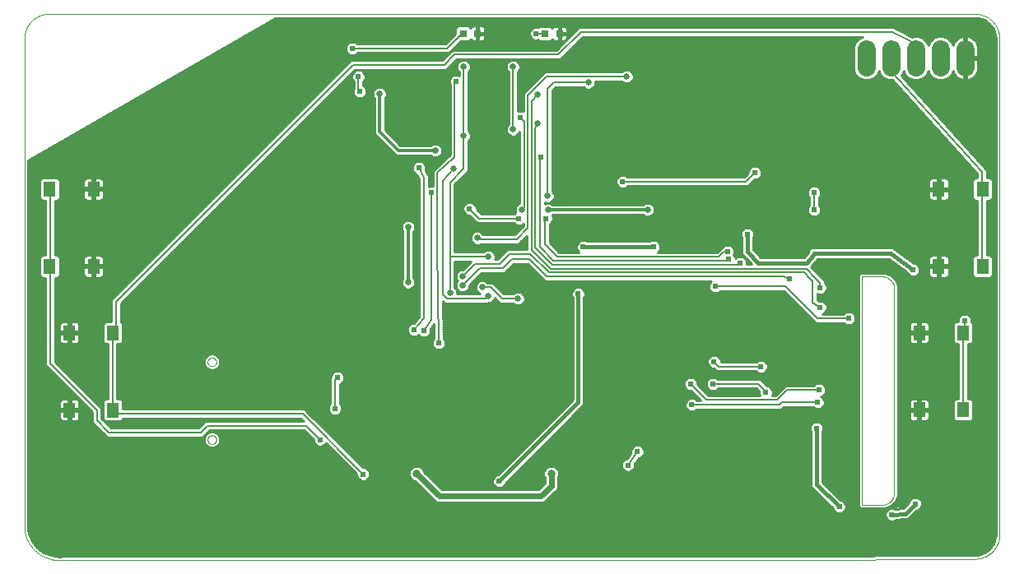
<source format=gbl>
G75*
%MOIN*%
%OFA0B0*%
%FSLAX25Y25*%
%IPPOS*%
%LPD*%
%AMOC8*
5,1,8,0,0,1.08239X$1,22.5*
%
%ADD10C,0.00100*%
%ADD11C,0.00000*%
%ADD12R,0.05118X0.06102*%
%ADD13R,0.03150X0.03150*%
%ADD14C,0.07400*%
%ADD15C,0.01000*%
%ADD16C,0.02500*%
%ADD17C,0.02400*%
%ADD18C,0.00800*%
%ADD19C,0.01200*%
%ADD20C,0.03200*%
%ADD21C,0.02400*%
%ADD22C,0.01600*%
%ADD23C,0.02381*%
D10*
X0091780Y0019562D02*
X0091780Y0219467D01*
X0091794Y0219705D01*
X0091814Y0219942D01*
X0091839Y0220179D01*
X0091871Y0220416D01*
X0091907Y0220651D01*
X0091950Y0220886D01*
X0091998Y0221119D01*
X0092052Y0221352D01*
X0092112Y0221582D01*
X0092177Y0221812D01*
X0092248Y0222040D01*
X0092324Y0222266D01*
X0092405Y0222490D01*
X0092492Y0222712D01*
X0092584Y0222932D01*
X0092682Y0223149D01*
X0092785Y0223364D01*
X0092893Y0223577D01*
X0093006Y0223787D01*
X0093124Y0223994D01*
X0093247Y0224198D01*
X0093375Y0224399D01*
X0093508Y0224597D01*
X0093645Y0224792D01*
X0093787Y0224984D01*
X0093934Y0225172D01*
X0094085Y0225356D01*
X0094241Y0225536D01*
X0094401Y0225713D01*
X0094565Y0225886D01*
X0094734Y0226055D01*
X0094906Y0226220D01*
X0095082Y0226380D01*
X0095263Y0226536D01*
X0095446Y0226688D01*
X0095634Y0226836D01*
X0095825Y0226978D01*
X0096019Y0227116D01*
X0096217Y0227250D01*
X0096418Y0227378D01*
X0096622Y0227502D01*
X0096828Y0227621D01*
X0097038Y0227734D01*
X0097250Y0227843D01*
X0097465Y0227946D01*
X0097683Y0228044D01*
X0097902Y0228137D01*
X0098124Y0228225D01*
X0098348Y0228307D01*
X0098573Y0228384D01*
X0098801Y0228455D01*
X0099030Y0228521D01*
X0099261Y0228581D01*
X0099493Y0228635D01*
X0099726Y0228684D01*
X0099961Y0228728D01*
X0100196Y0228765D01*
X0100433Y0228797D01*
X0100670Y0228824D01*
X0100907Y0228844D01*
X0101145Y0228859D01*
X0101383Y0228868D01*
X0101622Y0228871D01*
X0101860Y0228868D01*
X0102099Y0228860D01*
X0102098Y0228861D02*
X0476594Y0228861D01*
X0476836Y0228858D01*
X0477077Y0228849D01*
X0477318Y0228835D01*
X0477559Y0228814D01*
X0477799Y0228788D01*
X0478039Y0228756D01*
X0478278Y0228718D01*
X0478515Y0228675D01*
X0478752Y0228625D01*
X0478987Y0228570D01*
X0479221Y0228510D01*
X0479453Y0228443D01*
X0479684Y0228372D01*
X0479913Y0228294D01*
X0480140Y0228211D01*
X0480365Y0228123D01*
X0480588Y0228029D01*
X0480808Y0227930D01*
X0481026Y0227825D01*
X0481241Y0227716D01*
X0481454Y0227601D01*
X0481664Y0227481D01*
X0481870Y0227356D01*
X0482074Y0227226D01*
X0482275Y0227091D01*
X0482472Y0226951D01*
X0482666Y0226807D01*
X0482856Y0226658D01*
X0483042Y0226504D01*
X0483225Y0226346D01*
X0483404Y0226184D01*
X0483579Y0226017D01*
X0483750Y0225846D01*
X0483917Y0225671D01*
X0484079Y0225492D01*
X0484237Y0225309D01*
X0484391Y0225123D01*
X0484540Y0224933D01*
X0484684Y0224739D01*
X0484824Y0224542D01*
X0484959Y0224341D01*
X0485089Y0224137D01*
X0485214Y0223931D01*
X0485334Y0223721D01*
X0485449Y0223508D01*
X0485558Y0223293D01*
X0485663Y0223075D01*
X0485762Y0222855D01*
X0485856Y0222632D01*
X0485944Y0222407D01*
X0486027Y0222180D01*
X0486105Y0221951D01*
X0486176Y0221720D01*
X0486243Y0221488D01*
X0486303Y0221254D01*
X0486358Y0221019D01*
X0486408Y0220782D01*
X0486451Y0220545D01*
X0486489Y0220306D01*
X0486521Y0220066D01*
X0486547Y0219826D01*
X0486568Y0219585D01*
X0486582Y0219344D01*
X0486591Y0219103D01*
X0486594Y0218861D01*
X0486594Y0017955D01*
X0486591Y0017713D01*
X0486582Y0017472D01*
X0486568Y0017231D01*
X0486547Y0016990D01*
X0486521Y0016750D01*
X0486489Y0016510D01*
X0486451Y0016271D01*
X0486408Y0016034D01*
X0486358Y0015797D01*
X0486303Y0015562D01*
X0486243Y0015328D01*
X0486176Y0015096D01*
X0486105Y0014865D01*
X0486027Y0014636D01*
X0485944Y0014409D01*
X0485856Y0014184D01*
X0485762Y0013961D01*
X0485663Y0013741D01*
X0485558Y0013523D01*
X0485449Y0013308D01*
X0485334Y0013095D01*
X0485214Y0012885D01*
X0485089Y0012679D01*
X0484959Y0012475D01*
X0484824Y0012274D01*
X0484684Y0012077D01*
X0484540Y0011883D01*
X0484391Y0011693D01*
X0484237Y0011507D01*
X0484079Y0011324D01*
X0483917Y0011145D01*
X0483750Y0010970D01*
X0483579Y0010799D01*
X0483404Y0010632D01*
X0483225Y0010470D01*
X0483042Y0010312D01*
X0482856Y0010158D01*
X0482666Y0010009D01*
X0482472Y0009865D01*
X0482275Y0009725D01*
X0482074Y0009590D01*
X0481870Y0009460D01*
X0481664Y0009335D01*
X0481454Y0009215D01*
X0481241Y0009100D01*
X0481026Y0008991D01*
X0480808Y0008886D01*
X0480588Y0008787D01*
X0480365Y0008693D01*
X0480140Y0008605D01*
X0479913Y0008522D01*
X0479684Y0008444D01*
X0479453Y0008373D01*
X0479221Y0008306D01*
X0478987Y0008246D01*
X0478752Y0008191D01*
X0478515Y0008141D01*
X0478278Y0008098D01*
X0478039Y0008060D01*
X0477799Y0008028D01*
X0477559Y0008002D01*
X0477318Y0007981D01*
X0477077Y0007967D01*
X0476836Y0007958D01*
X0476594Y0007955D01*
X0395677Y0007562D01*
X0396496Y0007562D01*
X0395677Y0007562D02*
X0212150Y0007562D01*
X0107780Y0007562D01*
X0107441Y0007518D01*
X0107101Y0007482D01*
X0106761Y0007454D01*
X0106419Y0007434D01*
X0106078Y0007423D01*
X0105736Y0007420D01*
X0105394Y0007425D01*
X0105053Y0007439D01*
X0104712Y0007460D01*
X0104371Y0007490D01*
X0104032Y0007528D01*
X0103693Y0007575D01*
X0103356Y0007629D01*
X0103020Y0007692D01*
X0102686Y0007763D01*
X0102353Y0007841D01*
X0102023Y0007928D01*
X0101694Y0008023D01*
X0101368Y0008126D01*
X0101045Y0008236D01*
X0100724Y0008355D01*
X0100407Y0008481D01*
X0100092Y0008614D01*
X0099781Y0008756D01*
X0099473Y0008904D01*
X0099169Y0009060D01*
X0098869Y0009224D01*
X0098573Y0009394D01*
X0098281Y0009572D01*
X0097993Y0009757D01*
X0097710Y0009948D01*
X0097432Y0010147D01*
X0097159Y0010352D01*
X0096890Y0010563D01*
X0096627Y0010781D01*
X0096369Y0011006D01*
X0096117Y0011236D01*
X0095870Y0011473D01*
X0095629Y0011715D01*
X0095394Y0011963D01*
X0095166Y0012217D01*
X0094943Y0012476D01*
X0094726Y0012741D01*
X0094517Y0013010D01*
X0094313Y0013285D01*
X0094117Y0013565D01*
X0093927Y0013849D01*
X0093744Y0014137D01*
X0093568Y0014430D01*
X0093399Y0014728D01*
X0093238Y0015029D01*
X0093083Y0015334D01*
X0092937Y0015642D01*
X0092797Y0015954D01*
X0092666Y0016270D01*
X0092542Y0016588D01*
X0092425Y0016910D01*
X0092317Y0017234D01*
X0092216Y0017560D01*
X0092123Y0017889D01*
X0092039Y0018220D01*
X0091962Y0018553D01*
X0091893Y0018888D01*
X0091833Y0019224D01*
X0091780Y0019562D01*
X0431008Y0029924D02*
X0438966Y0029886D01*
X0431008Y0029924D02*
X0431008Y0122424D01*
X0439008Y0122424D01*
X0439148Y0122421D01*
X0439288Y0122414D01*
X0439428Y0122403D01*
X0439567Y0122388D01*
X0439706Y0122369D01*
X0439844Y0122347D01*
X0439982Y0122320D01*
X0440119Y0122290D01*
X0440255Y0122255D01*
X0440390Y0122218D01*
X0440524Y0122176D01*
X0440656Y0122130D01*
X0440787Y0122081D01*
X0440917Y0122028D01*
X0441046Y0121972D01*
X0441172Y0121912D01*
X0441297Y0121848D01*
X0441420Y0121781D01*
X0441542Y0121711D01*
X0441661Y0121637D01*
X0441778Y0121559D01*
X0441893Y0121479D01*
X0442005Y0121395D01*
X0442115Y0121309D01*
X0442223Y0121219D01*
X0442328Y0121126D01*
X0442430Y0121030D01*
X0442530Y0120932D01*
X0442627Y0120831D01*
X0442721Y0120727D01*
X0442812Y0120620D01*
X0442900Y0120511D01*
X0442985Y0120400D01*
X0443067Y0120286D01*
X0443146Y0120170D01*
X0443221Y0120051D01*
X0443293Y0119931D01*
X0443361Y0119809D01*
X0443427Y0119685D01*
X0443488Y0119559D01*
X0443546Y0119431D01*
X0443601Y0119302D01*
X0443651Y0119171D01*
X0443699Y0119039D01*
X0443742Y0118906D01*
X0443782Y0118771D01*
X0443817Y0118636D01*
X0443849Y0118499D01*
X0443878Y0118362D01*
X0443902Y0118224D01*
X0443922Y0118085D01*
X0443939Y0117946D01*
X0443951Y0117806D01*
X0443960Y0117667D01*
X0443965Y0117526D01*
X0443966Y0117386D01*
X0443966Y0034886D01*
X0443964Y0034746D01*
X0443958Y0034606D01*
X0443948Y0034466D01*
X0443935Y0034326D01*
X0443917Y0034187D01*
X0443895Y0034048D01*
X0443870Y0033911D01*
X0443841Y0033773D01*
X0443808Y0033637D01*
X0443771Y0033502D01*
X0443730Y0033368D01*
X0443685Y0033235D01*
X0443637Y0033103D01*
X0443585Y0032973D01*
X0443530Y0032844D01*
X0443471Y0032717D01*
X0443408Y0032591D01*
X0443342Y0032467D01*
X0443273Y0032346D01*
X0443200Y0032226D01*
X0443123Y0032108D01*
X0443044Y0031993D01*
X0442961Y0031879D01*
X0442875Y0031769D01*
X0442786Y0031660D01*
X0442694Y0031554D01*
X0442599Y0031451D01*
X0442502Y0031350D01*
X0442401Y0031253D01*
X0442298Y0031158D01*
X0442192Y0031066D01*
X0442083Y0030977D01*
X0441973Y0030891D01*
X0441859Y0030808D01*
X0441744Y0030729D01*
X0441626Y0030652D01*
X0441506Y0030579D01*
X0441385Y0030510D01*
X0441261Y0030444D01*
X0441135Y0030381D01*
X0441008Y0030322D01*
X0440879Y0030267D01*
X0440749Y0030215D01*
X0440617Y0030167D01*
X0440484Y0030122D01*
X0440350Y0030081D01*
X0440215Y0030044D01*
X0440079Y0030011D01*
X0439941Y0029982D01*
X0439804Y0029957D01*
X0439665Y0029935D01*
X0439526Y0029917D01*
X0439386Y0029904D01*
X0439246Y0029894D01*
X0439106Y0029888D01*
X0438966Y0029886D01*
D11*
X0165944Y0056264D02*
X0165946Y0056347D01*
X0165952Y0056430D01*
X0165962Y0056513D01*
X0165976Y0056595D01*
X0165993Y0056677D01*
X0166015Y0056757D01*
X0166040Y0056836D01*
X0166069Y0056914D01*
X0166102Y0056991D01*
X0166139Y0057066D01*
X0166178Y0057139D01*
X0166222Y0057210D01*
X0166268Y0057279D01*
X0166318Y0057346D01*
X0166371Y0057410D01*
X0166427Y0057472D01*
X0166486Y0057531D01*
X0166548Y0057587D01*
X0166612Y0057640D01*
X0166679Y0057690D01*
X0166748Y0057736D01*
X0166819Y0057780D01*
X0166892Y0057819D01*
X0166967Y0057856D01*
X0167044Y0057889D01*
X0167122Y0057918D01*
X0167201Y0057943D01*
X0167281Y0057965D01*
X0167363Y0057982D01*
X0167445Y0057996D01*
X0167528Y0058006D01*
X0167611Y0058012D01*
X0167694Y0058014D01*
X0167777Y0058012D01*
X0167860Y0058006D01*
X0167943Y0057996D01*
X0168025Y0057982D01*
X0168107Y0057965D01*
X0168187Y0057943D01*
X0168266Y0057918D01*
X0168344Y0057889D01*
X0168421Y0057856D01*
X0168496Y0057819D01*
X0168569Y0057780D01*
X0168640Y0057736D01*
X0168709Y0057690D01*
X0168776Y0057640D01*
X0168840Y0057587D01*
X0168902Y0057531D01*
X0168961Y0057472D01*
X0169017Y0057410D01*
X0169070Y0057346D01*
X0169120Y0057279D01*
X0169166Y0057210D01*
X0169210Y0057139D01*
X0169249Y0057066D01*
X0169286Y0056991D01*
X0169319Y0056914D01*
X0169348Y0056836D01*
X0169373Y0056757D01*
X0169395Y0056677D01*
X0169412Y0056595D01*
X0169426Y0056513D01*
X0169436Y0056430D01*
X0169442Y0056347D01*
X0169444Y0056264D01*
X0169442Y0056181D01*
X0169436Y0056098D01*
X0169426Y0056015D01*
X0169412Y0055933D01*
X0169395Y0055851D01*
X0169373Y0055771D01*
X0169348Y0055692D01*
X0169319Y0055614D01*
X0169286Y0055537D01*
X0169249Y0055462D01*
X0169210Y0055389D01*
X0169166Y0055318D01*
X0169120Y0055249D01*
X0169070Y0055182D01*
X0169017Y0055118D01*
X0168961Y0055056D01*
X0168902Y0054997D01*
X0168840Y0054941D01*
X0168776Y0054888D01*
X0168709Y0054838D01*
X0168640Y0054792D01*
X0168569Y0054748D01*
X0168496Y0054709D01*
X0168421Y0054672D01*
X0168344Y0054639D01*
X0168266Y0054610D01*
X0168187Y0054585D01*
X0168107Y0054563D01*
X0168025Y0054546D01*
X0167943Y0054532D01*
X0167860Y0054522D01*
X0167777Y0054516D01*
X0167694Y0054514D01*
X0167611Y0054516D01*
X0167528Y0054522D01*
X0167445Y0054532D01*
X0167363Y0054546D01*
X0167281Y0054563D01*
X0167201Y0054585D01*
X0167122Y0054610D01*
X0167044Y0054639D01*
X0166967Y0054672D01*
X0166892Y0054709D01*
X0166819Y0054748D01*
X0166748Y0054792D01*
X0166679Y0054838D01*
X0166612Y0054888D01*
X0166548Y0054941D01*
X0166486Y0054997D01*
X0166427Y0055056D01*
X0166371Y0055118D01*
X0166318Y0055182D01*
X0166268Y0055249D01*
X0166222Y0055318D01*
X0166178Y0055389D01*
X0166139Y0055462D01*
X0166102Y0055537D01*
X0166069Y0055614D01*
X0166040Y0055692D01*
X0166015Y0055771D01*
X0165993Y0055851D01*
X0165976Y0055933D01*
X0165962Y0056015D01*
X0165952Y0056098D01*
X0165946Y0056181D01*
X0165944Y0056264D01*
X0165944Y0087760D02*
X0165946Y0087843D01*
X0165952Y0087926D01*
X0165962Y0088009D01*
X0165976Y0088091D01*
X0165993Y0088173D01*
X0166015Y0088253D01*
X0166040Y0088332D01*
X0166069Y0088410D01*
X0166102Y0088487D01*
X0166139Y0088562D01*
X0166178Y0088635D01*
X0166222Y0088706D01*
X0166268Y0088775D01*
X0166318Y0088842D01*
X0166371Y0088906D01*
X0166427Y0088968D01*
X0166486Y0089027D01*
X0166548Y0089083D01*
X0166612Y0089136D01*
X0166679Y0089186D01*
X0166748Y0089232D01*
X0166819Y0089276D01*
X0166892Y0089315D01*
X0166967Y0089352D01*
X0167044Y0089385D01*
X0167122Y0089414D01*
X0167201Y0089439D01*
X0167281Y0089461D01*
X0167363Y0089478D01*
X0167445Y0089492D01*
X0167528Y0089502D01*
X0167611Y0089508D01*
X0167694Y0089510D01*
X0167777Y0089508D01*
X0167860Y0089502D01*
X0167943Y0089492D01*
X0168025Y0089478D01*
X0168107Y0089461D01*
X0168187Y0089439D01*
X0168266Y0089414D01*
X0168344Y0089385D01*
X0168421Y0089352D01*
X0168496Y0089315D01*
X0168569Y0089276D01*
X0168640Y0089232D01*
X0168709Y0089186D01*
X0168776Y0089136D01*
X0168840Y0089083D01*
X0168902Y0089027D01*
X0168961Y0088968D01*
X0169017Y0088906D01*
X0169070Y0088842D01*
X0169120Y0088775D01*
X0169166Y0088706D01*
X0169210Y0088635D01*
X0169249Y0088562D01*
X0169286Y0088487D01*
X0169319Y0088410D01*
X0169348Y0088332D01*
X0169373Y0088253D01*
X0169395Y0088173D01*
X0169412Y0088091D01*
X0169426Y0088009D01*
X0169436Y0087926D01*
X0169442Y0087843D01*
X0169444Y0087760D01*
X0169442Y0087677D01*
X0169436Y0087594D01*
X0169426Y0087511D01*
X0169412Y0087429D01*
X0169395Y0087347D01*
X0169373Y0087267D01*
X0169348Y0087188D01*
X0169319Y0087110D01*
X0169286Y0087033D01*
X0169249Y0086958D01*
X0169210Y0086885D01*
X0169166Y0086814D01*
X0169120Y0086745D01*
X0169070Y0086678D01*
X0169017Y0086614D01*
X0168961Y0086552D01*
X0168902Y0086493D01*
X0168840Y0086437D01*
X0168776Y0086384D01*
X0168709Y0086334D01*
X0168640Y0086288D01*
X0168569Y0086244D01*
X0168496Y0086205D01*
X0168421Y0086168D01*
X0168344Y0086135D01*
X0168266Y0086106D01*
X0168187Y0086081D01*
X0168107Y0086059D01*
X0168025Y0086042D01*
X0167943Y0086028D01*
X0167860Y0086018D01*
X0167777Y0086012D01*
X0167694Y0086010D01*
X0167611Y0086012D01*
X0167528Y0086018D01*
X0167445Y0086028D01*
X0167363Y0086042D01*
X0167281Y0086059D01*
X0167201Y0086081D01*
X0167122Y0086106D01*
X0167044Y0086135D01*
X0166967Y0086168D01*
X0166892Y0086205D01*
X0166819Y0086244D01*
X0166748Y0086288D01*
X0166679Y0086334D01*
X0166612Y0086384D01*
X0166548Y0086437D01*
X0166486Y0086493D01*
X0166427Y0086552D01*
X0166371Y0086614D01*
X0166318Y0086678D01*
X0166268Y0086745D01*
X0166222Y0086814D01*
X0166178Y0086885D01*
X0166139Y0086958D01*
X0166102Y0087033D01*
X0166069Y0087110D01*
X0166040Y0087188D01*
X0166015Y0087267D01*
X0165993Y0087347D01*
X0165976Y0087429D01*
X0165962Y0087511D01*
X0165952Y0087594D01*
X0165946Y0087677D01*
X0165944Y0087760D01*
D12*
X0127606Y0099625D03*
X0109890Y0099625D03*
X0102017Y0126543D03*
X0119734Y0126543D03*
X0119734Y0157842D03*
X0102017Y0157842D03*
X0109890Y0068325D03*
X0127606Y0068325D03*
X0454150Y0068337D03*
X0471866Y0068337D03*
X0471866Y0099636D03*
X0454150Y0099636D03*
X0462000Y0126526D03*
X0479717Y0126526D03*
X0479717Y0157825D03*
X0462000Y0157825D03*
D13*
X0308445Y0220908D03*
X0302539Y0220908D03*
X0275276Y0220924D03*
X0269370Y0220924D03*
D14*
X0432740Y0214651D02*
X0432740Y0207251D01*
X0442740Y0207251D02*
X0442740Y0214651D01*
X0452740Y0214651D02*
X0452740Y0207251D01*
X0462740Y0207251D02*
X0462740Y0214651D01*
X0472740Y0214651D02*
X0472740Y0207251D01*
D15*
X0472240Y0207087D02*
X0473240Y0207087D01*
X0473240Y0206089D02*
X0472240Y0206089D01*
X0472240Y0205090D02*
X0473240Y0205090D01*
X0473240Y0204092D02*
X0472240Y0204092D01*
X0472240Y0203093D02*
X0473240Y0203093D01*
X0473240Y0202095D02*
X0472240Y0202095D01*
X0472240Y0202066D02*
X0472240Y0210451D01*
X0473240Y0210451D01*
X0473240Y0202066D01*
X0473958Y0202179D01*
X0474736Y0202432D01*
X0475466Y0202804D01*
X0476128Y0203285D01*
X0476706Y0203864D01*
X0477188Y0204526D01*
X0477559Y0205255D01*
X0477812Y0206034D01*
X0477940Y0206842D01*
X0477940Y0210451D01*
X0473240Y0210451D01*
X0473240Y0211451D01*
X0477940Y0211451D01*
X0477940Y0215061D01*
X0477812Y0215869D01*
X0477559Y0216647D01*
X0477188Y0217377D01*
X0476706Y0218039D01*
X0476128Y0218618D01*
X0475466Y0219099D01*
X0474736Y0219470D01*
X0473958Y0219723D01*
X0473240Y0219837D01*
X0473240Y0211451D01*
X0472240Y0211451D01*
X0472240Y0219837D01*
X0471522Y0219723D01*
X0470744Y0219470D01*
X0470015Y0219099D01*
X0469353Y0218618D01*
X0468774Y0218039D01*
X0468293Y0217377D01*
X0467921Y0216647D01*
X0467754Y0216134D01*
X0467148Y0217597D01*
X0465686Y0219060D01*
X0463774Y0219851D01*
X0461706Y0219851D01*
X0459795Y0219060D01*
X0458332Y0217597D01*
X0457740Y0216168D01*
X0457148Y0217597D01*
X0455686Y0219060D01*
X0453774Y0219851D01*
X0451706Y0219851D01*
X0451079Y0219592D01*
X0444239Y0223080D01*
X0443895Y0223424D01*
X0443564Y0223424D01*
X0443270Y0223574D01*
X0442807Y0223424D01*
X0316321Y0223424D01*
X0307221Y0214324D01*
X0265221Y0214324D01*
X0261021Y0210124D01*
X0223921Y0210124D01*
X0128021Y0114224D01*
X0126908Y0113111D01*
X0126908Y0104176D01*
X0124426Y0104176D01*
X0123547Y0103297D01*
X0123547Y0095952D01*
X0124426Y0095073D01*
X0125508Y0095073D01*
X0125508Y0072877D01*
X0124426Y0072877D01*
X0123547Y0071998D01*
X0123547Y0064653D01*
X0124426Y0063774D01*
X0130787Y0063774D01*
X0131665Y0064653D01*
X0131665Y0064924D01*
X0203621Y0064924D01*
X0204721Y0063824D01*
X0165121Y0063824D01*
X0164008Y0062711D01*
X0162321Y0061024D01*
X0126795Y0061024D01*
X0123008Y0064811D01*
X0123008Y0069011D01*
X0121895Y0070124D01*
X0104108Y0087911D01*
X0104108Y0121991D01*
X0105198Y0121991D01*
X0106076Y0122870D01*
X0106076Y0130215D01*
X0105198Y0131094D01*
X0104108Y0131094D01*
X0104108Y0153291D01*
X0105198Y0153291D01*
X0106076Y0154169D01*
X0106076Y0161514D01*
X0105198Y0162393D01*
X0098837Y0162393D01*
X0097958Y0161514D01*
X0097958Y0154169D01*
X0098837Y0153291D01*
X0100308Y0153291D01*
X0100308Y0131094D01*
X0098837Y0131094D01*
X0097958Y0130215D01*
X0097958Y0122870D01*
X0098837Y0121991D01*
X0100308Y0121991D01*
X0100308Y0086337D01*
X0119208Y0067437D01*
X0119208Y0063237D01*
X0124108Y0058337D01*
X0125221Y0057224D01*
X0163895Y0057224D01*
X0166695Y0060024D01*
X0205021Y0060024D01*
X0208708Y0056337D01*
X0208708Y0055787D01*
X0209119Y0054794D01*
X0209878Y0054035D01*
X0210871Y0053624D01*
X0211945Y0053624D01*
X0212937Y0054035D01*
X0213697Y0054794D01*
X0213712Y0054832D01*
X0226208Y0042337D01*
X0226208Y0041787D01*
X0226619Y0040794D01*
X0227378Y0040035D01*
X0228371Y0039624D01*
X0229445Y0039624D01*
X0230437Y0040035D01*
X0231197Y0040794D01*
X0231608Y0041787D01*
X0231608Y0042861D01*
X0231197Y0043853D01*
X0230437Y0044613D01*
X0229445Y0045024D01*
X0228895Y0045024D01*
X0206308Y0067611D01*
X0205195Y0068724D01*
X0131665Y0068724D01*
X0131665Y0071998D01*
X0130787Y0072877D01*
X0129308Y0072877D01*
X0129308Y0095073D01*
X0130787Y0095073D01*
X0131665Y0095952D01*
X0131665Y0103297D01*
X0130787Y0104176D01*
X0130708Y0104176D01*
X0130708Y0111537D01*
X0225495Y0206324D01*
X0262595Y0206324D01*
X0263708Y0207437D01*
X0266795Y0210524D01*
X0308795Y0210524D01*
X0309908Y0211637D01*
X0317895Y0219624D01*
X0431156Y0219624D01*
X0429795Y0219060D01*
X0428332Y0217597D01*
X0427540Y0215686D01*
X0427540Y0206217D01*
X0428332Y0204306D01*
X0429795Y0202843D01*
X0431706Y0202051D01*
X0433774Y0202051D01*
X0435686Y0202843D01*
X0437148Y0204306D01*
X0437740Y0205734D01*
X0438332Y0204306D01*
X0439795Y0202843D01*
X0441706Y0202051D01*
X0443294Y0202051D01*
X0477608Y0164092D01*
X0477608Y0162377D01*
X0476536Y0162377D01*
X0475657Y0161498D01*
X0475657Y0154153D01*
X0476536Y0153274D01*
X0477608Y0153274D01*
X0477608Y0131077D01*
X0476536Y0131077D01*
X0475657Y0130199D01*
X0475657Y0122854D01*
X0476536Y0121975D01*
X0482897Y0121975D01*
X0483776Y0122854D01*
X0483776Y0130199D01*
X0482897Y0131077D01*
X0481408Y0131077D01*
X0481408Y0153274D01*
X0482897Y0153274D01*
X0483776Y0154153D01*
X0483776Y0161498D01*
X0482897Y0162377D01*
X0481408Y0162377D01*
X0481408Y0164776D01*
X0481445Y0165514D01*
X0481408Y0165555D01*
X0481408Y0165611D01*
X0480885Y0166133D01*
X0446744Y0203902D01*
X0447148Y0204306D01*
X0447740Y0205734D01*
X0448332Y0204306D01*
X0449795Y0202843D01*
X0451706Y0202051D01*
X0453774Y0202051D01*
X0455686Y0202843D01*
X0457148Y0204306D01*
X0457740Y0205734D01*
X0458332Y0204306D01*
X0459795Y0202843D01*
X0461706Y0202051D01*
X0463774Y0202051D01*
X0465686Y0202843D01*
X0467148Y0204306D01*
X0467754Y0205768D01*
X0467921Y0205255D01*
X0468293Y0204526D01*
X0468774Y0203864D01*
X0469353Y0203285D01*
X0470015Y0202804D01*
X0470744Y0202432D01*
X0471522Y0202179D01*
X0472240Y0202066D01*
X0472057Y0202095D02*
X0463879Y0202095D01*
X0461601Y0202095D02*
X0453879Y0202095D01*
X0451601Y0202095D02*
X0448378Y0202095D01*
X0449280Y0201096D02*
X0485044Y0201096D01*
X0485044Y0200098D02*
X0450183Y0200098D01*
X0451085Y0199099D02*
X0485044Y0199099D01*
X0485044Y0198101D02*
X0451988Y0198101D01*
X0452891Y0197102D02*
X0485044Y0197102D01*
X0485044Y0196104D02*
X0453793Y0196104D01*
X0454696Y0195105D02*
X0485044Y0195105D01*
X0485044Y0194107D02*
X0455598Y0194107D01*
X0456501Y0193108D02*
X0485044Y0193108D01*
X0485044Y0192110D02*
X0457404Y0192110D01*
X0458306Y0191111D02*
X0485044Y0191111D01*
X0485044Y0190113D02*
X0459209Y0190113D01*
X0460112Y0189114D02*
X0485044Y0189114D01*
X0485044Y0188116D02*
X0461014Y0188116D01*
X0461917Y0187117D02*
X0485044Y0187117D01*
X0485044Y0186119D02*
X0462819Y0186119D01*
X0463722Y0185120D02*
X0485044Y0185120D01*
X0485044Y0184122D02*
X0464625Y0184122D01*
X0465527Y0183123D02*
X0485044Y0183123D01*
X0485044Y0182125D02*
X0466430Y0182125D01*
X0467332Y0181126D02*
X0485044Y0181126D01*
X0485044Y0180128D02*
X0468235Y0180128D01*
X0469138Y0179129D02*
X0485044Y0179129D01*
X0485044Y0178130D02*
X0470040Y0178130D01*
X0470943Y0177132D02*
X0485044Y0177132D01*
X0485044Y0176133D02*
X0471846Y0176133D01*
X0472748Y0175135D02*
X0485044Y0175135D01*
X0485044Y0174136D02*
X0473651Y0174136D01*
X0474553Y0173138D02*
X0485044Y0173138D01*
X0485044Y0172139D02*
X0475456Y0172139D01*
X0476359Y0171141D02*
X0485044Y0171141D01*
X0485044Y0170142D02*
X0477261Y0170142D01*
X0478164Y0169144D02*
X0485044Y0169144D01*
X0485044Y0168145D02*
X0479066Y0168145D01*
X0479969Y0167147D02*
X0485044Y0167147D01*
X0485044Y0166148D02*
X0480872Y0166148D01*
X0481427Y0165150D02*
X0485044Y0165150D01*
X0485044Y0164151D02*
X0481408Y0164151D01*
X0481408Y0163153D02*
X0485044Y0163153D01*
X0485044Y0162154D02*
X0483119Y0162154D01*
X0483776Y0161156D02*
X0485044Y0161156D01*
X0485044Y0160157D02*
X0483776Y0160157D01*
X0483776Y0159159D02*
X0485044Y0159159D01*
X0485044Y0158160D02*
X0483776Y0158160D01*
X0483776Y0157162D02*
X0485044Y0157162D01*
X0485044Y0156163D02*
X0483776Y0156163D01*
X0483776Y0155165D02*
X0485044Y0155165D01*
X0485044Y0154166D02*
X0483776Y0154166D01*
X0485044Y0153168D02*
X0481408Y0153168D01*
X0481408Y0152169D02*
X0485044Y0152169D01*
X0485044Y0151171D02*
X0481408Y0151171D01*
X0481408Y0150172D02*
X0485044Y0150172D01*
X0485044Y0149174D02*
X0481408Y0149174D01*
X0481408Y0148175D02*
X0485044Y0148175D01*
X0485044Y0147177D02*
X0481408Y0147177D01*
X0481408Y0146178D02*
X0485044Y0146178D01*
X0485044Y0145180D02*
X0481408Y0145180D01*
X0481408Y0144181D02*
X0485044Y0144181D01*
X0485044Y0143183D02*
X0481408Y0143183D01*
X0481408Y0142184D02*
X0485044Y0142184D01*
X0485044Y0141186D02*
X0481408Y0141186D01*
X0481408Y0140187D02*
X0485044Y0140187D01*
X0485044Y0139189D02*
X0481408Y0139189D01*
X0481408Y0138190D02*
X0485044Y0138190D01*
X0485044Y0137192D02*
X0481408Y0137192D01*
X0481408Y0136193D02*
X0485044Y0136193D01*
X0485044Y0135195D02*
X0481408Y0135195D01*
X0481408Y0134196D02*
X0485044Y0134196D01*
X0485044Y0133197D02*
X0481408Y0133197D01*
X0481408Y0132199D02*
X0485044Y0132199D01*
X0485044Y0131200D02*
X0481408Y0131200D01*
X0483772Y0130202D02*
X0485044Y0130202D01*
X0485044Y0129203D02*
X0483776Y0129203D01*
X0483776Y0128205D02*
X0485044Y0128205D01*
X0485044Y0127206D02*
X0483776Y0127206D01*
X0483776Y0126208D02*
X0485044Y0126208D01*
X0485044Y0125209D02*
X0483776Y0125209D01*
X0483776Y0124211D02*
X0485044Y0124211D01*
X0485044Y0123212D02*
X0483776Y0123212D01*
X0483136Y0122214D02*
X0485044Y0122214D01*
X0485044Y0121215D02*
X0444426Y0121215D01*
X0444549Y0121091D02*
X0442721Y0122947D01*
X0440323Y0123963D01*
X0440323Y0123963D01*
X0439655Y0123969D01*
X0439650Y0123974D01*
X0439014Y0123974D01*
X0438378Y0123979D01*
X0438373Y0123974D01*
X0430366Y0123974D01*
X0429458Y0123066D01*
X0429458Y0121782D01*
X0429458Y0029927D01*
X0429455Y0029289D01*
X0429458Y0029286D01*
X0429458Y0029282D01*
X0429909Y0028830D01*
X0430358Y0028377D01*
X0430363Y0028377D01*
X0430366Y0028374D01*
X0431004Y0028374D01*
X0438321Y0028339D01*
X0438324Y0028336D01*
X0438963Y0028336D01*
X0439601Y0028333D01*
X0439604Y0028336D01*
X0440269Y0028336D01*
X0442676Y0029333D01*
X0442676Y0029333D01*
X0444519Y0031176D01*
X0445516Y0033583D01*
X0445516Y0117380D01*
X0445526Y0118676D01*
X0445526Y0118676D01*
X0444549Y0121091D01*
X0444549Y0121091D01*
X0444903Y0120217D02*
X0485044Y0120217D01*
X0485044Y0119218D02*
X0445307Y0119218D01*
X0445523Y0118220D02*
X0485044Y0118220D01*
X0485044Y0117221D02*
X0445516Y0117221D01*
X0445516Y0116223D02*
X0485044Y0116223D01*
X0485044Y0115224D02*
X0445516Y0115224D01*
X0445516Y0114226D02*
X0485044Y0114226D01*
X0485044Y0113227D02*
X0445516Y0113227D01*
X0445516Y0112229D02*
X0485044Y0112229D01*
X0485044Y0111230D02*
X0445516Y0111230D01*
X0445516Y0110232D02*
X0485044Y0110232D01*
X0485044Y0109233D02*
X0445516Y0109233D01*
X0445516Y0108235D02*
X0485044Y0108235D01*
X0485044Y0107236D02*
X0473256Y0107236D01*
X0473045Y0107324D02*
X0471971Y0107324D01*
X0470978Y0106913D01*
X0470219Y0106153D01*
X0469808Y0105161D01*
X0469808Y0104188D01*
X0468686Y0104188D01*
X0467807Y0103309D01*
X0467807Y0095964D01*
X0468686Y0095085D01*
X0469908Y0095085D01*
X0469908Y0072888D01*
X0468686Y0072888D01*
X0467807Y0072010D01*
X0467807Y0064665D01*
X0468686Y0063786D01*
X0475047Y0063786D01*
X0475925Y0064665D01*
X0475925Y0072010D01*
X0475047Y0072888D01*
X0473708Y0072888D01*
X0473708Y0095085D01*
X0475047Y0095085D01*
X0475925Y0095964D01*
X0475925Y0103309D01*
X0475190Y0104044D01*
X0475208Y0104087D01*
X0475208Y0105161D01*
X0474797Y0106153D01*
X0474037Y0106913D01*
X0473045Y0107324D01*
X0471759Y0107236D02*
X0445516Y0107236D01*
X0445516Y0106238D02*
X0470303Y0106238D01*
X0469840Y0105239D02*
X0445516Y0105239D01*
X0445516Y0104241D02*
X0469808Y0104241D01*
X0467807Y0103242D02*
X0458113Y0103242D01*
X0458106Y0103267D02*
X0457909Y0103609D01*
X0457630Y0103888D01*
X0457288Y0104085D01*
X0456906Y0104188D01*
X0454650Y0104188D01*
X0454650Y0100136D01*
X0458209Y0100136D01*
X0458209Y0102885D01*
X0458106Y0103267D01*
X0458209Y0102244D02*
X0467807Y0102244D01*
X0467807Y0101245D02*
X0458209Y0101245D01*
X0458209Y0100247D02*
X0467807Y0100247D01*
X0467807Y0099248D02*
X0454650Y0099248D01*
X0454650Y0099136D02*
X0454650Y0100136D01*
X0453650Y0100136D01*
X0453650Y0099136D01*
X0454650Y0099136D01*
X0458209Y0099136D01*
X0458209Y0096388D01*
X0458106Y0096006D01*
X0457909Y0095664D01*
X0457630Y0095385D01*
X0457288Y0095187D01*
X0456906Y0095085D01*
X0454650Y0095085D01*
X0454650Y0099136D01*
X0454650Y0098250D02*
X0453650Y0098250D01*
X0453650Y0099136D02*
X0453650Y0095085D01*
X0451393Y0095085D01*
X0451012Y0095187D01*
X0450670Y0095385D01*
X0450390Y0095664D01*
X0450193Y0096006D01*
X0450091Y0096388D01*
X0450091Y0099136D01*
X0453650Y0099136D01*
X0453650Y0099248D02*
X0445516Y0099248D01*
X0445516Y0098250D02*
X0450091Y0098250D01*
X0450091Y0097251D02*
X0445516Y0097251D01*
X0445516Y0096253D02*
X0450127Y0096253D01*
X0450896Y0095254D02*
X0445516Y0095254D01*
X0445516Y0094256D02*
X0469908Y0094256D01*
X0469908Y0093257D02*
X0445516Y0093257D01*
X0445516Y0092259D02*
X0469908Y0092259D01*
X0469908Y0091260D02*
X0445516Y0091260D01*
X0445516Y0090261D02*
X0469908Y0090261D01*
X0469908Y0089263D02*
X0445516Y0089263D01*
X0445516Y0088264D02*
X0469908Y0088264D01*
X0469908Y0087266D02*
X0445516Y0087266D01*
X0445516Y0086267D02*
X0469908Y0086267D01*
X0469908Y0085269D02*
X0445516Y0085269D01*
X0445516Y0084270D02*
X0469908Y0084270D01*
X0469908Y0083272D02*
X0445516Y0083272D01*
X0445516Y0082273D02*
X0469908Y0082273D01*
X0469908Y0081275D02*
X0445516Y0081275D01*
X0445516Y0080276D02*
X0469908Y0080276D01*
X0469908Y0079278D02*
X0445516Y0079278D01*
X0445516Y0078279D02*
X0469908Y0078279D01*
X0469908Y0077281D02*
X0445516Y0077281D01*
X0445516Y0076282D02*
X0469908Y0076282D01*
X0469908Y0075284D02*
X0445516Y0075284D01*
X0445516Y0074285D02*
X0469908Y0074285D01*
X0469908Y0073287D02*
X0445516Y0073287D01*
X0445516Y0072288D02*
X0450378Y0072288D01*
X0450390Y0072309D02*
X0450193Y0071967D01*
X0450091Y0071586D01*
X0450091Y0068837D01*
X0453650Y0068837D01*
X0453650Y0072888D01*
X0451393Y0072888D01*
X0451012Y0072786D01*
X0450670Y0072589D01*
X0450390Y0072309D01*
X0450091Y0071290D02*
X0445516Y0071290D01*
X0445516Y0070291D02*
X0450091Y0070291D01*
X0450091Y0069293D02*
X0445516Y0069293D01*
X0445516Y0068294D02*
X0453650Y0068294D01*
X0453650Y0067837D02*
X0450091Y0067837D01*
X0450091Y0065088D01*
X0450193Y0064707D01*
X0450390Y0064365D01*
X0450670Y0064086D01*
X0451012Y0063888D01*
X0451393Y0063786D01*
X0453650Y0063786D01*
X0453650Y0067837D01*
X0454650Y0067837D01*
X0454650Y0068837D01*
X0458209Y0068837D01*
X0458209Y0071586D01*
X0458106Y0071967D01*
X0457909Y0072309D01*
X0457630Y0072589D01*
X0457288Y0072786D01*
X0456906Y0072888D01*
X0454650Y0072888D01*
X0454650Y0068837D01*
X0453650Y0068837D01*
X0453650Y0067837D01*
X0453650Y0067296D02*
X0454650Y0067296D01*
X0454650Y0067837D02*
X0454650Y0063786D01*
X0456906Y0063786D01*
X0457288Y0063888D01*
X0457630Y0064086D01*
X0457909Y0064365D01*
X0458106Y0064707D01*
X0458209Y0065088D01*
X0458209Y0067837D01*
X0454650Y0067837D01*
X0454650Y0068294D02*
X0467807Y0068294D01*
X0467807Y0067296D02*
X0458209Y0067296D01*
X0458209Y0066297D02*
X0467807Y0066297D01*
X0467807Y0065299D02*
X0458209Y0065299D01*
X0457844Y0064300D02*
X0468172Y0064300D01*
X0467807Y0069293D02*
X0458209Y0069293D01*
X0458209Y0070291D02*
X0467807Y0070291D01*
X0467807Y0071290D02*
X0458209Y0071290D01*
X0457921Y0072288D02*
X0468086Y0072288D01*
X0473708Y0073287D02*
X0485044Y0073287D01*
X0485044Y0074285D02*
X0473708Y0074285D01*
X0473708Y0075284D02*
X0485044Y0075284D01*
X0485044Y0076282D02*
X0473708Y0076282D01*
X0473708Y0077281D02*
X0485044Y0077281D01*
X0485044Y0078279D02*
X0473708Y0078279D01*
X0473708Y0079278D02*
X0485044Y0079278D01*
X0485044Y0080276D02*
X0473708Y0080276D01*
X0473708Y0081275D02*
X0485044Y0081275D01*
X0485044Y0082273D02*
X0473708Y0082273D01*
X0473708Y0083272D02*
X0485044Y0083272D01*
X0485044Y0084270D02*
X0473708Y0084270D01*
X0473708Y0085269D02*
X0485044Y0085269D01*
X0485044Y0086267D02*
X0473708Y0086267D01*
X0473708Y0087266D02*
X0485044Y0087266D01*
X0485044Y0088264D02*
X0473708Y0088264D01*
X0473708Y0089263D02*
X0485044Y0089263D01*
X0485044Y0090261D02*
X0473708Y0090261D01*
X0473708Y0091260D02*
X0485044Y0091260D01*
X0485044Y0092259D02*
X0473708Y0092259D01*
X0473708Y0093257D02*
X0485044Y0093257D01*
X0485044Y0094256D02*
X0473708Y0094256D01*
X0475215Y0095254D02*
X0485044Y0095254D01*
X0485044Y0096253D02*
X0475925Y0096253D01*
X0475925Y0097251D02*
X0485044Y0097251D01*
X0485044Y0098250D02*
X0475925Y0098250D01*
X0475925Y0099248D02*
X0485044Y0099248D01*
X0485044Y0100247D02*
X0475925Y0100247D01*
X0475925Y0101245D02*
X0485044Y0101245D01*
X0485044Y0102244D02*
X0475925Y0102244D01*
X0475925Y0103242D02*
X0485044Y0103242D01*
X0485044Y0104241D02*
X0475208Y0104241D01*
X0475175Y0105239D02*
X0485044Y0105239D01*
X0485044Y0106238D02*
X0474712Y0106238D01*
X0467807Y0098250D02*
X0458209Y0098250D01*
X0458209Y0097251D02*
X0467807Y0097251D01*
X0467807Y0096253D02*
X0458172Y0096253D01*
X0457403Y0095254D02*
X0468517Y0095254D01*
X0454650Y0095254D02*
X0453650Y0095254D01*
X0453650Y0096253D02*
X0454650Y0096253D01*
X0454650Y0097251D02*
X0453650Y0097251D01*
X0453650Y0100136D02*
X0450091Y0100136D01*
X0450091Y0102885D01*
X0450193Y0103267D01*
X0450390Y0103609D01*
X0450670Y0103888D01*
X0451012Y0104085D01*
X0451393Y0104188D01*
X0453650Y0104188D01*
X0453650Y0100136D01*
X0453650Y0100247D02*
X0454650Y0100247D01*
X0454650Y0101245D02*
X0453650Y0101245D01*
X0453650Y0102244D02*
X0454650Y0102244D01*
X0454650Y0103242D02*
X0453650Y0103242D01*
X0450186Y0103242D02*
X0445516Y0103242D01*
X0445516Y0102244D02*
X0450091Y0102244D01*
X0450091Y0101245D02*
X0445516Y0101245D01*
X0445516Y0100247D02*
X0450091Y0100247D01*
X0429458Y0100247D02*
X0318308Y0100247D01*
X0318308Y0101245D02*
X0429458Y0101245D01*
X0429458Y0102244D02*
X0318308Y0102244D01*
X0318308Y0103242D02*
X0423871Y0103242D01*
X0423978Y0103135D02*
X0424971Y0102724D01*
X0426045Y0102724D01*
X0427037Y0103135D01*
X0427797Y0103894D01*
X0428208Y0104887D01*
X0428208Y0105961D01*
X0427797Y0106953D01*
X0427037Y0107713D01*
X0426045Y0108124D01*
X0424971Y0108124D01*
X0423978Y0107713D01*
X0423589Y0107324D01*
X0414786Y0107324D01*
X0415537Y0107635D01*
X0416297Y0108394D01*
X0416708Y0109387D01*
X0416708Y0110461D01*
X0416297Y0111453D01*
X0415537Y0112213D01*
X0414545Y0112624D01*
X0413471Y0112624D01*
X0413417Y0112601D01*
X0412908Y0112941D01*
X0412908Y0115457D01*
X0413471Y0115224D01*
X0414545Y0115224D01*
X0415537Y0115635D01*
X0416297Y0116394D01*
X0416708Y0117387D01*
X0416708Y0118461D01*
X0416297Y0119453D01*
X0415908Y0119842D01*
X0415908Y0120711D01*
X0414795Y0121824D01*
X0412795Y0123824D01*
X0410228Y0126391D01*
X0410808Y0126971D01*
X0410808Y0127113D01*
X0412688Y0129449D01*
X0412815Y0129517D01*
X0441825Y0129517D01*
X0449148Y0124105D01*
X0449357Y0123600D01*
X0450114Y0122844D01*
X0451103Y0122434D01*
X0452173Y0122434D01*
X0453162Y0122844D01*
X0453919Y0123600D01*
X0454328Y0124589D01*
X0454328Y0125660D01*
X0453919Y0126649D01*
X0453162Y0127405D01*
X0452173Y0127815D01*
X0451867Y0127815D01*
X0444088Y0133565D01*
X0443535Y0134117D01*
X0443340Y0134117D01*
X0443184Y0134233D01*
X0442411Y0134117D01*
X0411697Y0134117D01*
X0411108Y0134294D01*
X0410779Y0134117D01*
X0410406Y0134117D01*
X0409971Y0133683D01*
X0409430Y0133392D01*
X0409322Y0133034D01*
X0409058Y0132770D01*
X0409058Y0132275D01*
X0407407Y0130224D01*
X0389961Y0130224D01*
X0386808Y0133376D01*
X0386808Y0138021D01*
X0387208Y0138987D01*
X0387208Y0140061D01*
X0386797Y0141053D01*
X0386037Y0141813D01*
X0385045Y0142224D01*
X0383971Y0142224D01*
X0382978Y0141813D01*
X0382219Y0141053D01*
X0381808Y0140061D01*
X0381808Y0138987D01*
X0382208Y0138021D01*
X0382208Y0131471D01*
X0383555Y0130124D01*
X0386255Y0127424D01*
X0384208Y0127424D01*
X0384208Y0128461D01*
X0383797Y0129453D01*
X0383037Y0130213D01*
X0382045Y0130624D01*
X0380971Y0130624D01*
X0379978Y0130213D01*
X0379708Y0129942D01*
X0379708Y0129961D01*
X0379297Y0130953D01*
X0378960Y0131289D01*
X0379208Y0131887D01*
X0379208Y0132961D01*
X0378797Y0133953D01*
X0378037Y0134713D01*
X0377045Y0135124D01*
X0375971Y0135124D01*
X0374978Y0134713D01*
X0374590Y0134324D01*
X0374221Y0134324D01*
X0372221Y0132324D01*
X0348226Y0132324D01*
X0348797Y0132894D01*
X0349208Y0133887D01*
X0349208Y0134961D01*
X0348797Y0135953D01*
X0348037Y0136713D01*
X0347045Y0137124D01*
X0345971Y0137124D01*
X0345005Y0136724D01*
X0319511Y0136724D01*
X0318545Y0137124D01*
X0317471Y0137124D01*
X0316478Y0136713D01*
X0315719Y0135953D01*
X0315308Y0134961D01*
X0315308Y0133887D01*
X0315719Y0132894D01*
X0316290Y0132324D01*
X0308295Y0132324D01*
X0304408Y0136211D01*
X0304408Y0143581D01*
X0304537Y0143635D01*
X0305297Y0144394D01*
X0305708Y0145387D01*
X0305708Y0146461D01*
X0305364Y0147291D01*
X0305497Y0147424D01*
X0342319Y0147424D01*
X0342550Y0147192D01*
X0343561Y0146774D01*
X0344655Y0146774D01*
X0345666Y0147192D01*
X0346439Y0147966D01*
X0346858Y0148977D01*
X0346858Y0150071D01*
X0346439Y0151081D01*
X0345666Y0151855D01*
X0344655Y0152274D01*
X0343561Y0152274D01*
X0342550Y0151855D01*
X0342319Y0151624D01*
X0305497Y0151624D01*
X0305266Y0151855D01*
X0304255Y0152274D01*
X0303161Y0152274D01*
X0302408Y0151962D01*
X0302408Y0152544D01*
X0303061Y0152274D01*
X0304155Y0152274D01*
X0305166Y0152692D01*
X0305939Y0153466D01*
X0306358Y0154477D01*
X0306358Y0155571D01*
X0305939Y0156581D01*
X0305508Y0157013D01*
X0305508Y0197737D01*
X0306895Y0199124D01*
X0318119Y0199124D01*
X0318550Y0198692D01*
X0319561Y0198274D01*
X0320655Y0198274D01*
X0321666Y0198692D01*
X0322439Y0199466D01*
X0322858Y0200477D01*
X0322858Y0201571D01*
X0322836Y0201624D01*
X0333619Y0201624D01*
X0334050Y0201192D01*
X0335061Y0200774D01*
X0336155Y0200774D01*
X0337166Y0201192D01*
X0337939Y0201966D01*
X0338358Y0202977D01*
X0338358Y0204071D01*
X0337939Y0205081D01*
X0337166Y0205855D01*
X0336155Y0206274D01*
X0335061Y0206274D01*
X0334050Y0205855D01*
X0333619Y0205424D01*
X0302421Y0205424D01*
X0293708Y0196711D01*
X0293708Y0189349D01*
X0293045Y0189624D01*
X0291971Y0189624D01*
X0291508Y0189432D01*
X0291508Y0205535D01*
X0291939Y0205966D01*
X0292358Y0206977D01*
X0292358Y0208071D01*
X0291939Y0209081D01*
X0291166Y0209855D01*
X0290155Y0210274D01*
X0289061Y0210274D01*
X0288050Y0209855D01*
X0287277Y0209081D01*
X0286858Y0208071D01*
X0286858Y0206977D01*
X0287277Y0205966D01*
X0287708Y0205535D01*
X0287708Y0184013D01*
X0287277Y0183581D01*
X0286858Y0182571D01*
X0286858Y0181477D01*
X0287277Y0180466D01*
X0288050Y0179692D01*
X0289061Y0179274D01*
X0290155Y0179274D01*
X0291166Y0179692D01*
X0291939Y0180466D01*
X0292208Y0181115D01*
X0292208Y0152128D01*
X0291550Y0151855D01*
X0290777Y0151081D01*
X0290358Y0150071D01*
X0290358Y0148977D01*
X0290646Y0148282D01*
X0290478Y0148213D01*
X0290089Y0147824D01*
X0276795Y0147824D01*
X0274708Y0149911D01*
X0274708Y0150461D01*
X0274297Y0151453D01*
X0273537Y0152213D01*
X0272545Y0152624D01*
X0271471Y0152624D01*
X0270478Y0152213D01*
X0269719Y0151453D01*
X0269308Y0150461D01*
X0269308Y0149387D01*
X0269719Y0148394D01*
X0270478Y0147635D01*
X0271471Y0147224D01*
X0272021Y0147224D01*
X0275221Y0144024D01*
X0290089Y0144024D01*
X0290478Y0143635D01*
X0291471Y0143224D01*
X0292545Y0143224D01*
X0293537Y0143635D01*
X0293708Y0143805D01*
X0293708Y0142811D01*
X0290321Y0139424D01*
X0277505Y0139424D01*
X0277439Y0139581D01*
X0276666Y0140355D01*
X0275655Y0140774D01*
X0274561Y0140774D01*
X0273550Y0140355D01*
X0272777Y0139581D01*
X0272358Y0138571D01*
X0272358Y0137477D01*
X0272777Y0136466D01*
X0273550Y0135692D01*
X0274561Y0135274D01*
X0275655Y0135274D01*
X0276500Y0135624D01*
X0291895Y0135624D01*
X0293008Y0136737D01*
X0295208Y0138937D01*
X0295208Y0133424D01*
X0287321Y0133424D01*
X0283321Y0129424D01*
X0282129Y0129424D01*
X0282358Y0129977D01*
X0282358Y0131071D01*
X0281939Y0132081D01*
X0281166Y0132855D01*
X0280155Y0133274D01*
X0279061Y0133274D01*
X0278050Y0132855D01*
X0277619Y0132424D01*
X0266008Y0132424D01*
X0266008Y0159737D01*
X0271508Y0165237D01*
X0271508Y0177535D01*
X0271939Y0177966D01*
X0272358Y0178977D01*
X0272358Y0180071D01*
X0271939Y0181081D01*
X0271508Y0181513D01*
X0271508Y0205535D01*
X0271939Y0205966D01*
X0272358Y0206977D01*
X0272358Y0208071D01*
X0271939Y0209081D01*
X0271166Y0209855D01*
X0270155Y0210274D01*
X0269061Y0210274D01*
X0268050Y0209855D01*
X0267277Y0209081D01*
X0266858Y0208071D01*
X0266858Y0206977D01*
X0267277Y0205966D01*
X0267708Y0205535D01*
X0267708Y0203849D01*
X0267045Y0204124D01*
X0265971Y0204124D01*
X0264978Y0203713D01*
X0264219Y0202953D01*
X0263808Y0201961D01*
X0263808Y0200887D01*
X0264108Y0200162D01*
X0264108Y0171752D01*
X0258262Y0166324D01*
X0258221Y0166324D01*
X0257689Y0165792D01*
X0257138Y0165281D01*
X0257137Y0165240D01*
X0257108Y0165211D01*
X0257108Y0164459D01*
X0257080Y0163708D01*
X0257108Y0163678D01*
X0257108Y0159098D01*
X0257045Y0159124D01*
X0255971Y0159124D01*
X0255408Y0158891D01*
X0255408Y0162115D01*
X0255559Y0162570D01*
X0255408Y0162872D01*
X0255408Y0163211D01*
X0255069Y0163549D01*
X0254069Y0165551D01*
X0254208Y0165887D01*
X0254208Y0166961D01*
X0253797Y0167953D01*
X0253037Y0168713D01*
X0252045Y0169124D01*
X0250971Y0169124D01*
X0249978Y0168713D01*
X0249219Y0167953D01*
X0248808Y0166961D01*
X0248808Y0165887D01*
X0249219Y0164894D01*
X0249978Y0164135D01*
X0250672Y0163848D01*
X0251608Y0161975D01*
X0251608Y0106146D01*
X0249366Y0103624D01*
X0248971Y0103624D01*
X0247978Y0103213D01*
X0247219Y0102453D01*
X0246808Y0101461D01*
X0246808Y0100387D01*
X0247219Y0099394D01*
X0247978Y0098635D01*
X0248971Y0098224D01*
X0250045Y0098224D01*
X0251037Y0098635D01*
X0251258Y0098855D01*
X0251978Y0098135D01*
X0252971Y0097724D01*
X0254045Y0097724D01*
X0255037Y0098135D01*
X0255797Y0098894D01*
X0256208Y0099887D01*
X0256208Y0100961D01*
X0256185Y0101015D01*
X0257512Y0103004D01*
X0257584Y0097318D01*
X0257219Y0096953D01*
X0256808Y0095961D01*
X0256808Y0094887D01*
X0257219Y0093894D01*
X0257978Y0093135D01*
X0258971Y0092724D01*
X0260045Y0092724D01*
X0261037Y0093135D01*
X0261797Y0093894D01*
X0262208Y0094887D01*
X0262208Y0095961D01*
X0261797Y0096953D01*
X0261383Y0097367D01*
X0261194Y0112351D01*
X0261341Y0112203D01*
X0261856Y0111652D01*
X0261894Y0111651D01*
X0261921Y0111624D01*
X0262675Y0111624D01*
X0263429Y0111598D01*
X0263457Y0111624D01*
X0279395Y0111624D01*
X0279545Y0111774D01*
X0280155Y0111774D01*
X0281166Y0112192D01*
X0281939Y0112966D01*
X0282244Y0113701D01*
X0284321Y0111624D01*
X0289619Y0111624D01*
X0290050Y0111192D01*
X0291061Y0110774D01*
X0292155Y0110774D01*
X0293166Y0111192D01*
X0293939Y0111966D01*
X0294358Y0112977D01*
X0294358Y0114071D01*
X0293939Y0115081D01*
X0293166Y0115855D01*
X0292155Y0116274D01*
X0291061Y0116274D01*
X0290050Y0115855D01*
X0289619Y0115424D01*
X0285895Y0115424D01*
X0282508Y0118811D01*
X0281395Y0119924D01*
X0279097Y0119924D01*
X0278666Y0120355D01*
X0277655Y0120774D01*
X0276561Y0120774D01*
X0275550Y0120355D01*
X0274777Y0119581D01*
X0274358Y0118571D01*
X0274358Y0117477D01*
X0274777Y0116466D01*
X0275550Y0115692D01*
X0276199Y0115424D01*
X0266858Y0115424D01*
X0266858Y0116371D01*
X0266439Y0117381D01*
X0266008Y0117813D01*
X0266008Y0128624D01*
X0272521Y0128624D01*
X0269171Y0125274D01*
X0268561Y0125274D01*
X0267550Y0124855D01*
X0266777Y0124081D01*
X0266358Y0123071D01*
X0266358Y0121977D01*
X0266777Y0120966D01*
X0267069Y0120674D01*
X0266777Y0120381D01*
X0266358Y0119371D01*
X0266358Y0118277D01*
X0266777Y0117266D01*
X0267550Y0116492D01*
X0268561Y0116074D01*
X0269655Y0116074D01*
X0270666Y0116492D01*
X0271439Y0117266D01*
X0271858Y0118277D01*
X0271858Y0118887D01*
X0276895Y0123924D01*
X0286195Y0123924D01*
X0287308Y0125037D01*
X0289895Y0127624D01*
X0295521Y0127624D01*
X0302521Y0120624D01*
X0369890Y0120624D01*
X0369219Y0119953D01*
X0368808Y0118961D01*
X0368808Y0117887D01*
X0369219Y0116894D01*
X0369978Y0116135D01*
X0370971Y0115724D01*
X0372045Y0115724D01*
X0373037Y0116135D01*
X0373426Y0116524D01*
X0399221Y0116524D01*
X0412221Y0103524D01*
X0423589Y0103524D01*
X0423978Y0103135D01*
X0427145Y0103242D02*
X0429458Y0103242D01*
X0429458Y0104241D02*
X0427940Y0104241D01*
X0428208Y0105239D02*
X0429458Y0105239D01*
X0429458Y0106238D02*
X0428093Y0106238D01*
X0427514Y0107236D02*
X0429458Y0107236D01*
X0429458Y0108235D02*
X0416137Y0108235D01*
X0416644Y0109233D02*
X0429458Y0109233D01*
X0429458Y0110232D02*
X0416708Y0110232D01*
X0416389Y0111230D02*
X0429458Y0111230D01*
X0429458Y0112229D02*
X0415499Y0112229D01*
X0412908Y0113227D02*
X0429458Y0113227D01*
X0429458Y0114226D02*
X0412908Y0114226D01*
X0412908Y0115224D02*
X0413470Y0115224D01*
X0414546Y0115224D02*
X0429458Y0115224D01*
X0429458Y0116223D02*
X0416125Y0116223D01*
X0416639Y0117221D02*
X0429458Y0117221D01*
X0429458Y0118220D02*
X0416708Y0118220D01*
X0416394Y0119218D02*
X0429458Y0119218D01*
X0429458Y0120217D02*
X0415908Y0120217D01*
X0415403Y0121215D02*
X0429458Y0121215D01*
X0429458Y0122214D02*
X0414405Y0122214D01*
X0413406Y0123212D02*
X0429604Y0123212D01*
X0442096Y0123212D02*
X0449745Y0123212D01*
X0449004Y0124211D02*
X0412408Y0124211D01*
X0411409Y0125209D02*
X0447654Y0125209D01*
X0446303Y0126208D02*
X0410411Y0126208D01*
X0410883Y0127206D02*
X0444952Y0127206D01*
X0443601Y0128205D02*
X0411687Y0128205D01*
X0412491Y0129203D02*
X0442250Y0129203D01*
X0445936Y0132199D02*
X0477608Y0132199D01*
X0477608Y0133197D02*
X0444585Y0133197D01*
X0443234Y0134196D02*
X0477608Y0134196D01*
X0477608Y0135195D02*
X0386808Y0135195D01*
X0386808Y0136193D02*
X0477608Y0136193D01*
X0477608Y0137192D02*
X0386808Y0137192D01*
X0386878Y0138190D02*
X0477608Y0138190D01*
X0477608Y0139189D02*
X0387208Y0139189D01*
X0387156Y0140187D02*
X0477608Y0140187D01*
X0477608Y0141186D02*
X0386664Y0141186D01*
X0385141Y0142184D02*
X0477608Y0142184D01*
X0477608Y0143183D02*
X0304408Y0143183D01*
X0304408Y0142184D02*
X0383875Y0142184D01*
X0382351Y0141186D02*
X0304408Y0141186D01*
X0304408Y0140187D02*
X0381860Y0140187D01*
X0381808Y0139189D02*
X0304408Y0139189D01*
X0304408Y0138190D02*
X0382138Y0138190D01*
X0382208Y0137192D02*
X0304408Y0137192D01*
X0304426Y0136193D02*
X0315959Y0136193D01*
X0315405Y0135195D02*
X0305424Y0135195D01*
X0306423Y0134196D02*
X0315308Y0134196D01*
X0315593Y0133197D02*
X0307421Y0133197D01*
X0295208Y0134196D02*
X0266008Y0134196D01*
X0266008Y0135195D02*
X0295208Y0135195D01*
X0295208Y0136193D02*
X0292464Y0136193D01*
X0293008Y0136737D02*
X0293008Y0136737D01*
X0293463Y0137192D02*
X0295208Y0137192D01*
X0295208Y0138190D02*
X0294461Y0138190D01*
X0292083Y0141186D02*
X0266008Y0141186D01*
X0266008Y0142184D02*
X0293081Y0142184D01*
X0293708Y0143183D02*
X0266008Y0143183D01*
X0266008Y0144181D02*
X0275064Y0144181D01*
X0274065Y0145180D02*
X0266008Y0145180D01*
X0266008Y0146178D02*
X0273066Y0146178D01*
X0272068Y0147177D02*
X0266008Y0147177D01*
X0266008Y0148175D02*
X0269938Y0148175D01*
X0269396Y0149174D02*
X0266008Y0149174D01*
X0266008Y0150172D02*
X0269308Y0150172D01*
X0269602Y0151171D02*
X0266008Y0151171D01*
X0266008Y0152169D02*
X0270435Y0152169D01*
X0273581Y0152169D02*
X0292208Y0152169D01*
X0292208Y0153168D02*
X0266008Y0153168D01*
X0266008Y0154166D02*
X0292208Y0154166D01*
X0292208Y0155165D02*
X0266008Y0155165D01*
X0266008Y0156163D02*
X0292208Y0156163D01*
X0292208Y0157162D02*
X0266008Y0157162D01*
X0266008Y0158160D02*
X0292208Y0158160D01*
X0292208Y0159159D02*
X0266008Y0159159D01*
X0266428Y0160157D02*
X0292208Y0160157D01*
X0292208Y0161156D02*
X0267427Y0161156D01*
X0268425Y0162154D02*
X0292208Y0162154D01*
X0292208Y0163153D02*
X0269424Y0163153D01*
X0270422Y0164151D02*
X0292208Y0164151D01*
X0292208Y0165150D02*
X0271421Y0165150D01*
X0271508Y0166148D02*
X0292208Y0166148D01*
X0292208Y0167147D02*
X0271508Y0167147D01*
X0271508Y0168145D02*
X0292208Y0168145D01*
X0292208Y0169144D02*
X0271508Y0169144D01*
X0271508Y0170142D02*
X0292208Y0170142D01*
X0292208Y0171141D02*
X0271508Y0171141D01*
X0271508Y0172139D02*
X0292208Y0172139D01*
X0292208Y0173138D02*
X0271508Y0173138D01*
X0271508Y0174136D02*
X0292208Y0174136D01*
X0292208Y0175135D02*
X0271508Y0175135D01*
X0271508Y0176133D02*
X0292208Y0176133D01*
X0292208Y0177132D02*
X0271508Y0177132D01*
X0272007Y0178130D02*
X0292208Y0178130D01*
X0292208Y0179129D02*
X0272358Y0179129D01*
X0272334Y0180128D02*
X0287615Y0180128D01*
X0287003Y0181126D02*
X0271895Y0181126D01*
X0271508Y0182125D02*
X0286858Y0182125D01*
X0287087Y0183123D02*
X0271508Y0183123D01*
X0271508Y0184122D02*
X0287708Y0184122D01*
X0287708Y0185120D02*
X0271508Y0185120D01*
X0271508Y0186119D02*
X0287708Y0186119D01*
X0287708Y0187117D02*
X0271508Y0187117D01*
X0271508Y0188116D02*
X0287708Y0188116D01*
X0287708Y0189114D02*
X0271508Y0189114D01*
X0271508Y0190113D02*
X0287708Y0190113D01*
X0287708Y0191111D02*
X0271508Y0191111D01*
X0271508Y0192110D02*
X0287708Y0192110D01*
X0287708Y0193108D02*
X0271508Y0193108D01*
X0271508Y0194107D02*
X0287708Y0194107D01*
X0287708Y0195105D02*
X0271508Y0195105D01*
X0271508Y0196104D02*
X0287708Y0196104D01*
X0287708Y0197102D02*
X0271508Y0197102D01*
X0271508Y0198101D02*
X0287708Y0198101D01*
X0287708Y0199099D02*
X0271508Y0199099D01*
X0271508Y0200098D02*
X0287708Y0200098D01*
X0287708Y0201096D02*
X0271508Y0201096D01*
X0271508Y0202095D02*
X0287708Y0202095D01*
X0287708Y0203093D02*
X0271508Y0203093D01*
X0271508Y0204092D02*
X0287708Y0204092D01*
X0287708Y0205090D02*
X0271508Y0205090D01*
X0271990Y0206089D02*
X0287226Y0206089D01*
X0286858Y0207087D02*
X0272358Y0207087D01*
X0272352Y0208086D02*
X0286864Y0208086D01*
X0287279Y0209084D02*
X0271936Y0209084D01*
X0270616Y0210083D02*
X0288600Y0210083D01*
X0290616Y0210083D02*
X0427540Y0210083D01*
X0427540Y0211081D02*
X0309352Y0211081D01*
X0310351Y0212080D02*
X0427540Y0212080D01*
X0427540Y0213078D02*
X0311349Y0213078D01*
X0312348Y0214077D02*
X0427540Y0214077D01*
X0427540Y0215075D02*
X0313347Y0215075D01*
X0314345Y0216074D02*
X0427701Y0216074D01*
X0428115Y0217072D02*
X0315344Y0217072D01*
X0316342Y0218071D02*
X0428806Y0218071D01*
X0429818Y0219069D02*
X0317341Y0219069D01*
X0314962Y0222065D02*
X0311520Y0222065D01*
X0311520Y0222680D02*
X0311417Y0223062D01*
X0311220Y0223404D01*
X0310941Y0223683D01*
X0310599Y0223881D01*
X0310217Y0223983D01*
X0308732Y0223983D01*
X0308732Y0221195D01*
X0311520Y0221195D01*
X0311520Y0222680D01*
X0311416Y0223063D02*
X0315961Y0223063D01*
X0313964Y0221066D02*
X0308732Y0221066D01*
X0308732Y0221195D02*
X0308732Y0220621D01*
X0311520Y0220621D01*
X0311520Y0219136D01*
X0311417Y0218754D01*
X0311220Y0218412D01*
X0310941Y0218133D01*
X0310599Y0217935D01*
X0310217Y0217833D01*
X0308732Y0217833D01*
X0308732Y0220621D01*
X0308157Y0220621D01*
X0308157Y0217833D01*
X0306673Y0217833D01*
X0306291Y0217935D01*
X0305949Y0218133D01*
X0305670Y0218412D01*
X0305540Y0218637D01*
X0304735Y0217833D01*
X0300343Y0217833D01*
X0299833Y0218343D01*
X0299545Y0218224D01*
X0298471Y0218224D01*
X0297478Y0218635D01*
X0296719Y0219394D01*
X0296308Y0220387D01*
X0296308Y0221461D01*
X0296719Y0222453D01*
X0297478Y0223213D01*
X0298471Y0223624D01*
X0299545Y0223624D01*
X0299856Y0223495D01*
X0300343Y0223983D01*
X0304735Y0223983D01*
X0305540Y0223179D01*
X0305670Y0223404D01*
X0305949Y0223683D01*
X0306291Y0223881D01*
X0306673Y0223983D01*
X0308157Y0223983D01*
X0308157Y0221195D01*
X0308732Y0221195D01*
X0308732Y0222065D02*
X0308157Y0222065D01*
X0308157Y0223063D02*
X0308732Y0223063D01*
X0308732Y0220068D02*
X0308157Y0220068D01*
X0308157Y0219069D02*
X0308732Y0219069D01*
X0308732Y0218071D02*
X0308157Y0218071D01*
X0309970Y0217072D02*
X0267844Y0217072D01*
X0268620Y0217849D02*
X0264908Y0214137D01*
X0263795Y0213024D01*
X0226426Y0213024D01*
X0226037Y0212635D01*
X0225045Y0212224D01*
X0223971Y0212224D01*
X0222978Y0212635D01*
X0222219Y0213394D01*
X0221808Y0214387D01*
X0221808Y0215461D01*
X0222219Y0216453D01*
X0222978Y0217213D01*
X0223971Y0217624D01*
X0225045Y0217624D01*
X0226037Y0217213D01*
X0226426Y0216824D01*
X0262221Y0216824D01*
X0266295Y0220898D01*
X0266295Y0223120D01*
X0267174Y0223999D01*
X0271566Y0223999D01*
X0272370Y0223194D01*
X0272500Y0223420D01*
X0272780Y0223699D01*
X0273122Y0223896D01*
X0273503Y0223999D01*
X0274988Y0223999D01*
X0274988Y0221211D01*
X0275563Y0221211D01*
X0278350Y0221211D01*
X0278350Y0222696D01*
X0278248Y0223078D01*
X0278051Y0223420D01*
X0277771Y0223699D01*
X0277429Y0223896D01*
X0277048Y0223999D01*
X0275563Y0223999D01*
X0275563Y0221211D01*
X0275563Y0220636D01*
X0275563Y0217849D01*
X0277048Y0217849D01*
X0277429Y0217951D01*
X0277771Y0218149D01*
X0278051Y0218428D01*
X0278248Y0218770D01*
X0278350Y0219151D01*
X0278350Y0220636D01*
X0275563Y0220636D01*
X0274988Y0220636D01*
X0274988Y0217849D01*
X0273503Y0217849D01*
X0273122Y0217951D01*
X0272780Y0218149D01*
X0272500Y0218428D01*
X0272370Y0218653D01*
X0271566Y0217849D01*
X0268620Y0217849D01*
X0266845Y0216074D02*
X0308971Y0216074D01*
X0307973Y0215075D02*
X0265847Y0215075D01*
X0264974Y0214077D02*
X0264848Y0214077D01*
X0263976Y0213078D02*
X0263849Y0213078D01*
X0262977Y0212080D02*
X0167252Y0212080D01*
X0168980Y0213078D02*
X0222535Y0213078D01*
X0221936Y0214077D02*
X0170708Y0214077D01*
X0172437Y0215075D02*
X0221808Y0215075D01*
X0222062Y0216074D02*
X0174165Y0216074D01*
X0175893Y0217072D02*
X0222838Y0217072D01*
X0226178Y0217072D02*
X0262470Y0217072D01*
X0263468Y0218071D02*
X0177621Y0218071D01*
X0179349Y0219069D02*
X0264467Y0219069D01*
X0265465Y0220068D02*
X0181078Y0220068D01*
X0182806Y0221066D02*
X0266295Y0221066D01*
X0266295Y0222065D02*
X0184534Y0222065D01*
X0186262Y0223063D02*
X0266295Y0223063D01*
X0271788Y0218071D02*
X0272914Y0218071D01*
X0274988Y0218071D02*
X0275563Y0218071D01*
X0275563Y0219069D02*
X0274988Y0219069D01*
X0274988Y0220068D02*
X0275563Y0220068D01*
X0275563Y0221066D02*
X0296308Y0221066D01*
X0296440Y0220068D02*
X0278350Y0220068D01*
X0278328Y0219069D02*
X0297044Y0219069D01*
X0296558Y0222065D02*
X0278350Y0222065D01*
X0278252Y0223063D02*
X0297329Y0223063D01*
X0300105Y0218071D02*
X0277637Y0218071D01*
X0275563Y0222065D02*
X0274988Y0222065D01*
X0274988Y0223063D02*
X0275563Y0223063D01*
X0268600Y0210083D02*
X0266354Y0210083D01*
X0267279Y0209084D02*
X0265355Y0209084D01*
X0264357Y0208086D02*
X0266864Y0208086D01*
X0266858Y0207087D02*
X0263358Y0207087D01*
X0265894Y0204092D02*
X0229654Y0204092D01*
X0229708Y0203961D02*
X0229297Y0204953D01*
X0228537Y0205713D01*
X0227545Y0206124D01*
X0226471Y0206124D01*
X0225478Y0205713D01*
X0224719Y0204953D01*
X0224308Y0203961D01*
X0224308Y0202887D01*
X0224719Y0201894D01*
X0225108Y0201505D01*
X0225108Y0198685D01*
X0224808Y0197961D01*
X0224808Y0196887D01*
X0225219Y0195894D01*
X0225978Y0195135D01*
X0226971Y0194724D01*
X0228045Y0194724D01*
X0229037Y0195135D01*
X0229797Y0195894D01*
X0230208Y0196887D01*
X0230208Y0197961D01*
X0229797Y0198953D01*
X0229037Y0199713D01*
X0228908Y0199766D01*
X0228908Y0201505D01*
X0229297Y0201894D01*
X0229708Y0202887D01*
X0229708Y0203961D01*
X0229708Y0203093D02*
X0264359Y0203093D01*
X0263863Y0202095D02*
X0229380Y0202095D01*
X0228908Y0201096D02*
X0263808Y0201096D01*
X0264108Y0200098D02*
X0228908Y0200098D01*
X0229651Y0199099D02*
X0234640Y0199099D01*
X0235061Y0199274D02*
X0234050Y0198855D01*
X0233277Y0198081D01*
X0232858Y0197071D01*
X0232858Y0195977D01*
X0233277Y0194966D01*
X0233508Y0194735D01*
X0233508Y0180154D01*
X0234738Y0178924D01*
X0242238Y0171424D01*
X0256319Y0171424D01*
X0256550Y0171192D01*
X0257561Y0170774D01*
X0258655Y0170774D01*
X0259666Y0171192D01*
X0260439Y0171966D01*
X0260858Y0172977D01*
X0260858Y0174071D01*
X0260439Y0175081D01*
X0259666Y0175855D01*
X0258655Y0176274D01*
X0257561Y0176274D01*
X0256550Y0175855D01*
X0256319Y0175624D01*
X0243978Y0175624D01*
X0237708Y0181894D01*
X0237708Y0194735D01*
X0237939Y0194966D01*
X0238358Y0195977D01*
X0238358Y0197071D01*
X0237939Y0198081D01*
X0237166Y0198855D01*
X0236155Y0199274D01*
X0235061Y0199274D01*
X0236576Y0199099D02*
X0264108Y0199099D01*
X0264108Y0198101D02*
X0237920Y0198101D01*
X0238345Y0197102D02*
X0264108Y0197102D01*
X0264108Y0196104D02*
X0238358Y0196104D01*
X0237997Y0195105D02*
X0264108Y0195105D01*
X0264108Y0194107D02*
X0237708Y0194107D01*
X0237708Y0193108D02*
X0264108Y0193108D01*
X0264108Y0192110D02*
X0237708Y0192110D01*
X0237708Y0191111D02*
X0264108Y0191111D01*
X0264108Y0190113D02*
X0237708Y0190113D01*
X0237708Y0189114D02*
X0264108Y0189114D01*
X0264108Y0188116D02*
X0237708Y0188116D01*
X0237708Y0187117D02*
X0264108Y0187117D01*
X0264108Y0186119D02*
X0237708Y0186119D01*
X0237708Y0185120D02*
X0264108Y0185120D01*
X0264108Y0184122D02*
X0237708Y0184122D01*
X0237708Y0183123D02*
X0264108Y0183123D01*
X0264108Y0182125D02*
X0237708Y0182125D01*
X0238475Y0181126D02*
X0264108Y0181126D01*
X0264108Y0180128D02*
X0239474Y0180128D01*
X0240472Y0179129D02*
X0264108Y0179129D01*
X0264108Y0178130D02*
X0241471Y0178130D01*
X0242469Y0177132D02*
X0264108Y0177132D01*
X0264108Y0176133D02*
X0258994Y0176133D01*
X0260386Y0175135D02*
X0264108Y0175135D01*
X0264108Y0174136D02*
X0260831Y0174136D01*
X0260858Y0173138D02*
X0264108Y0173138D01*
X0264108Y0172139D02*
X0260511Y0172139D01*
X0259541Y0171141D02*
X0263449Y0171141D01*
X0262374Y0170142D02*
X0189314Y0170142D01*
X0190312Y0171141D02*
X0256674Y0171141D01*
X0253605Y0168145D02*
X0260224Y0168145D01*
X0261299Y0169144D02*
X0188315Y0169144D01*
X0187316Y0168145D02*
X0249411Y0168145D01*
X0248885Y0167147D02*
X0186318Y0167147D01*
X0185319Y0166148D02*
X0248808Y0166148D01*
X0249113Y0165150D02*
X0184321Y0165150D01*
X0183322Y0164151D02*
X0249962Y0164151D01*
X0251019Y0163153D02*
X0182324Y0163153D01*
X0181325Y0162154D02*
X0251518Y0162154D01*
X0251608Y0161156D02*
X0180327Y0161156D01*
X0179328Y0160157D02*
X0251608Y0160157D01*
X0251608Y0159159D02*
X0178330Y0159159D01*
X0177331Y0158160D02*
X0251608Y0158160D01*
X0251608Y0157162D02*
X0176333Y0157162D01*
X0175334Y0156163D02*
X0251608Y0156163D01*
X0251608Y0155165D02*
X0174336Y0155165D01*
X0173337Y0154166D02*
X0251608Y0154166D01*
X0251608Y0153168D02*
X0172339Y0153168D01*
X0171340Y0152169D02*
X0251608Y0152169D01*
X0251608Y0151171D02*
X0170342Y0151171D01*
X0169343Y0150172D02*
X0251608Y0150172D01*
X0251608Y0149174D02*
X0168345Y0149174D01*
X0167346Y0148175D02*
X0251608Y0148175D01*
X0251608Y0147177D02*
X0166348Y0147177D01*
X0165349Y0146178D02*
X0251608Y0146178D01*
X0251608Y0145180D02*
X0247882Y0145180D01*
X0247655Y0145274D02*
X0246561Y0145274D01*
X0245550Y0144855D01*
X0244777Y0144081D01*
X0244358Y0143071D01*
X0244358Y0141977D01*
X0244777Y0140966D01*
X0245008Y0140735D01*
X0245008Y0121813D01*
X0244777Y0121581D01*
X0244358Y0120571D01*
X0244358Y0119477D01*
X0244777Y0118466D01*
X0245550Y0117692D01*
X0246561Y0117274D01*
X0247655Y0117274D01*
X0248666Y0117692D01*
X0249439Y0118466D01*
X0249858Y0119477D01*
X0249858Y0120571D01*
X0249439Y0121581D01*
X0249208Y0121813D01*
X0249208Y0140735D01*
X0249439Y0140966D01*
X0249858Y0141977D01*
X0249858Y0143071D01*
X0249439Y0144081D01*
X0248666Y0144855D01*
X0247655Y0145274D01*
X0246334Y0145180D02*
X0164351Y0145180D01*
X0163352Y0144181D02*
X0244876Y0144181D01*
X0244404Y0143183D02*
X0162354Y0143183D01*
X0161355Y0142184D02*
X0244358Y0142184D01*
X0244686Y0141186D02*
X0160357Y0141186D01*
X0159358Y0140187D02*
X0245008Y0140187D01*
X0245008Y0139189D02*
X0158360Y0139189D01*
X0157361Y0138190D02*
X0245008Y0138190D01*
X0245008Y0137192D02*
X0156363Y0137192D01*
X0155364Y0136193D02*
X0245008Y0136193D01*
X0245008Y0135195D02*
X0154366Y0135195D01*
X0153367Y0134196D02*
X0245008Y0134196D01*
X0245008Y0133197D02*
X0152369Y0133197D01*
X0151370Y0132199D02*
X0245008Y0132199D01*
X0245008Y0131200D02*
X0150372Y0131200D01*
X0149373Y0130202D02*
X0245008Y0130202D01*
X0245008Y0129203D02*
X0148375Y0129203D01*
X0147376Y0128205D02*
X0245008Y0128205D01*
X0245008Y0127206D02*
X0146378Y0127206D01*
X0145379Y0126208D02*
X0245008Y0126208D01*
X0245008Y0125209D02*
X0144380Y0125209D01*
X0143382Y0124211D02*
X0245008Y0124211D01*
X0245008Y0123212D02*
X0142383Y0123212D01*
X0141385Y0122214D02*
X0245008Y0122214D01*
X0244625Y0121215D02*
X0140386Y0121215D01*
X0139388Y0120217D02*
X0244358Y0120217D01*
X0244465Y0119218D02*
X0138389Y0119218D01*
X0137391Y0118220D02*
X0245023Y0118220D01*
X0249193Y0118220D02*
X0251608Y0118220D01*
X0251608Y0119218D02*
X0249751Y0119218D01*
X0249858Y0120217D02*
X0251608Y0120217D01*
X0251608Y0121215D02*
X0249591Y0121215D01*
X0249208Y0122214D02*
X0251608Y0122214D01*
X0251608Y0123212D02*
X0249208Y0123212D01*
X0249208Y0124211D02*
X0251608Y0124211D01*
X0251608Y0125209D02*
X0249208Y0125209D01*
X0249208Y0126208D02*
X0251608Y0126208D01*
X0251608Y0127206D02*
X0249208Y0127206D01*
X0249208Y0128205D02*
X0251608Y0128205D01*
X0251608Y0129203D02*
X0249208Y0129203D01*
X0249208Y0130202D02*
X0251608Y0130202D01*
X0251608Y0131200D02*
X0249208Y0131200D01*
X0249208Y0132199D02*
X0251608Y0132199D01*
X0251608Y0133197D02*
X0249208Y0133197D01*
X0249208Y0134196D02*
X0251608Y0134196D01*
X0251608Y0135195D02*
X0249208Y0135195D01*
X0249208Y0136193D02*
X0251608Y0136193D01*
X0251608Y0137192D02*
X0249208Y0137192D01*
X0249208Y0138190D02*
X0251608Y0138190D01*
X0251608Y0139189D02*
X0249208Y0139189D01*
X0249208Y0140187D02*
X0251608Y0140187D01*
X0251608Y0141186D02*
X0249530Y0141186D01*
X0249858Y0142184D02*
X0251608Y0142184D01*
X0251608Y0143183D02*
X0249812Y0143183D01*
X0249340Y0144181D02*
X0251608Y0144181D01*
X0266008Y0140187D02*
X0273382Y0140187D01*
X0272614Y0139189D02*
X0266008Y0139189D01*
X0266008Y0138190D02*
X0272358Y0138190D01*
X0272476Y0137192D02*
X0266008Y0137192D01*
X0266008Y0136193D02*
X0273050Y0136193D01*
X0278877Y0133197D02*
X0266008Y0133197D01*
X0266008Y0128205D02*
X0272102Y0128205D01*
X0271104Y0127206D02*
X0266008Y0127206D01*
X0266008Y0126208D02*
X0270105Y0126208D01*
X0268405Y0125209D02*
X0266008Y0125209D01*
X0266008Y0124211D02*
X0266906Y0124211D01*
X0266417Y0123212D02*
X0266008Y0123212D01*
X0266008Y0122214D02*
X0266358Y0122214D01*
X0266673Y0121215D02*
X0266008Y0121215D01*
X0266008Y0120217D02*
X0266708Y0120217D01*
X0266358Y0119218D02*
X0266008Y0119218D01*
X0266008Y0118220D02*
X0266381Y0118220D01*
X0266506Y0117221D02*
X0266821Y0117221D01*
X0266858Y0116223D02*
X0268201Y0116223D01*
X0270015Y0116223D02*
X0275020Y0116223D01*
X0274464Y0117221D02*
X0271394Y0117221D01*
X0271834Y0118220D02*
X0274358Y0118220D01*
X0274626Y0119218D02*
X0272189Y0119218D01*
X0273188Y0120217D02*
X0275412Y0120217D01*
X0274186Y0121215D02*
X0301929Y0121215D01*
X0300931Y0122214D02*
X0275185Y0122214D01*
X0276183Y0123212D02*
X0299932Y0123212D01*
X0298934Y0124211D02*
X0286482Y0124211D01*
X0287480Y0125209D02*
X0297935Y0125209D01*
X0296937Y0126208D02*
X0288479Y0126208D01*
X0289478Y0127206D02*
X0295938Y0127206D01*
X0286096Y0132199D02*
X0281822Y0132199D01*
X0282304Y0131200D02*
X0285098Y0131200D01*
X0284099Y0130202D02*
X0282358Y0130202D01*
X0280339Y0133197D02*
X0287095Y0133197D01*
X0291084Y0140187D02*
X0276834Y0140187D01*
X0276443Y0148175D02*
X0290441Y0148175D01*
X0290358Y0149174D02*
X0275445Y0149174D01*
X0274708Y0150172D02*
X0290400Y0150172D01*
X0290866Y0151171D02*
X0274414Y0151171D01*
X0257108Y0159159D02*
X0255408Y0159159D01*
X0255408Y0160157D02*
X0257108Y0160157D01*
X0257108Y0161156D02*
X0255408Y0161156D01*
X0255421Y0162154D02*
X0257108Y0162154D01*
X0257108Y0163153D02*
X0255408Y0163153D01*
X0254768Y0164151D02*
X0257096Y0164151D01*
X0257108Y0165150D02*
X0254269Y0165150D01*
X0254208Y0166148D02*
X0258045Y0166148D01*
X0259148Y0167147D02*
X0254131Y0167147D01*
X0241522Y0172139D02*
X0191311Y0172139D01*
X0192309Y0173138D02*
X0240524Y0173138D01*
X0239525Y0174136D02*
X0193308Y0174136D01*
X0194306Y0175135D02*
X0238527Y0175135D01*
X0237528Y0176133D02*
X0195305Y0176133D01*
X0196303Y0177132D02*
X0236530Y0177132D01*
X0235531Y0178130D02*
X0197302Y0178130D01*
X0198300Y0179129D02*
X0234533Y0179129D01*
X0233534Y0180128D02*
X0199299Y0180128D01*
X0200297Y0181126D02*
X0233508Y0181126D01*
X0233508Y0182125D02*
X0201296Y0182125D01*
X0202294Y0183123D02*
X0233508Y0183123D01*
X0233508Y0184122D02*
X0203293Y0184122D01*
X0204291Y0185120D02*
X0233508Y0185120D01*
X0233508Y0186119D02*
X0205290Y0186119D01*
X0206288Y0187117D02*
X0233508Y0187117D01*
X0233508Y0188116D02*
X0207287Y0188116D01*
X0208285Y0189114D02*
X0233508Y0189114D01*
X0233508Y0190113D02*
X0209284Y0190113D01*
X0210282Y0191111D02*
X0233508Y0191111D01*
X0233508Y0192110D02*
X0211281Y0192110D01*
X0212279Y0193108D02*
X0233508Y0193108D01*
X0233508Y0194107D02*
X0213278Y0194107D01*
X0214276Y0195105D02*
X0226050Y0195105D01*
X0225132Y0196104D02*
X0215275Y0196104D01*
X0216273Y0197102D02*
X0224808Y0197102D01*
X0224866Y0198101D02*
X0217272Y0198101D01*
X0218270Y0199099D02*
X0225108Y0199099D01*
X0225108Y0200098D02*
X0219269Y0200098D01*
X0220267Y0201096D02*
X0225108Y0201096D01*
X0224636Y0202095D02*
X0221266Y0202095D01*
X0222264Y0203093D02*
X0224308Y0203093D01*
X0224362Y0204092D02*
X0223263Y0204092D01*
X0224261Y0205090D02*
X0224856Y0205090D01*
X0225260Y0206089D02*
X0226386Y0206089D01*
X0227629Y0206089D02*
X0267226Y0206089D01*
X0267708Y0205090D02*
X0229160Y0205090D01*
X0222881Y0209084D02*
X0162067Y0209084D01*
X0160339Y0208086D02*
X0221883Y0208086D01*
X0220884Y0207087D02*
X0158611Y0207087D01*
X0156883Y0206089D02*
X0219886Y0206089D01*
X0218887Y0205090D02*
X0155155Y0205090D01*
X0153426Y0204092D02*
X0217889Y0204092D01*
X0216890Y0203093D02*
X0151698Y0203093D01*
X0149970Y0202095D02*
X0215892Y0202095D01*
X0214893Y0201096D02*
X0148242Y0201096D01*
X0146514Y0200098D02*
X0213895Y0200098D01*
X0212896Y0199099D02*
X0144785Y0199099D01*
X0143057Y0198101D02*
X0211898Y0198101D01*
X0210899Y0197102D02*
X0141329Y0197102D01*
X0139601Y0196104D02*
X0209901Y0196104D01*
X0208902Y0195105D02*
X0137873Y0195105D01*
X0136145Y0194107D02*
X0207904Y0194107D01*
X0206905Y0193108D02*
X0134416Y0193108D01*
X0132688Y0192110D02*
X0205907Y0192110D01*
X0204908Y0191111D02*
X0130960Y0191111D01*
X0129232Y0190113D02*
X0203910Y0190113D01*
X0202911Y0189114D02*
X0127504Y0189114D01*
X0125775Y0188116D02*
X0201913Y0188116D01*
X0200914Y0187117D02*
X0124047Y0187117D01*
X0122319Y0186119D02*
X0199916Y0186119D01*
X0198917Y0185120D02*
X0120591Y0185120D01*
X0118863Y0184122D02*
X0197919Y0184122D01*
X0196920Y0183123D02*
X0117134Y0183123D01*
X0115406Y0182125D02*
X0195922Y0182125D01*
X0194923Y0181126D02*
X0113678Y0181126D01*
X0111950Y0180128D02*
X0193925Y0180128D01*
X0192926Y0179129D02*
X0110222Y0179129D01*
X0108493Y0178130D02*
X0191928Y0178130D01*
X0190929Y0177132D02*
X0106765Y0177132D01*
X0105037Y0176133D02*
X0189931Y0176133D01*
X0188932Y0175135D02*
X0103309Y0175135D01*
X0101581Y0174136D02*
X0187934Y0174136D01*
X0186935Y0173138D02*
X0099852Y0173138D01*
X0098124Y0172139D02*
X0185937Y0172139D01*
X0184938Y0171141D02*
X0096396Y0171141D01*
X0094668Y0170142D02*
X0183940Y0170142D01*
X0182941Y0169144D02*
X0093330Y0169144D01*
X0093330Y0169369D02*
X0192205Y0226497D01*
X0192537Y0226635D01*
X0192666Y0226764D01*
X0192824Y0226855D01*
X0193042Y0227140D01*
X0193213Y0227311D01*
X0476595Y0227311D01*
X0477916Y0227207D01*
X0480431Y0226390D01*
X0482570Y0224836D01*
X0484123Y0222697D01*
X0484940Y0220183D01*
X0485044Y0218861D01*
X0485044Y0017955D01*
X0484940Y0016633D01*
X0484123Y0014119D01*
X0482570Y0011980D01*
X0480431Y0010426D01*
X0477916Y0009609D01*
X0476595Y0009505D01*
X0476592Y0009505D01*
X0475952Y0009505D01*
X0475949Y0009502D01*
X0395672Y0009112D01*
X0108296Y0009112D01*
X0108196Y0009187D01*
X0107669Y0009112D01*
X0107137Y0009112D01*
X0107086Y0009060D01*
X0105918Y0008970D01*
X0102654Y0009363D01*
X0099604Y0010588D01*
X0096974Y0012560D01*
X0094944Y0015146D01*
X0093653Y0018169D01*
X0093330Y0019707D01*
X0093330Y0169369D01*
X0093330Y0168145D02*
X0181942Y0168145D01*
X0180944Y0167147D02*
X0093330Y0167147D01*
X0093330Y0166148D02*
X0179945Y0166148D01*
X0178947Y0165150D02*
X0093330Y0165150D01*
X0093330Y0164151D02*
X0177948Y0164151D01*
X0176950Y0163153D02*
X0093330Y0163153D01*
X0093330Y0162154D02*
X0098598Y0162154D01*
X0097958Y0161156D02*
X0093330Y0161156D01*
X0093330Y0160157D02*
X0097958Y0160157D01*
X0097958Y0159159D02*
X0093330Y0159159D01*
X0093330Y0158160D02*
X0097958Y0158160D01*
X0097958Y0157162D02*
X0093330Y0157162D01*
X0093330Y0156163D02*
X0097958Y0156163D01*
X0097958Y0155165D02*
X0093330Y0155165D01*
X0093330Y0154166D02*
X0097961Y0154166D01*
X0100308Y0153168D02*
X0093330Y0153168D01*
X0093330Y0152169D02*
X0100308Y0152169D01*
X0100308Y0151171D02*
X0093330Y0151171D01*
X0093330Y0150172D02*
X0100308Y0150172D01*
X0100308Y0149174D02*
X0093330Y0149174D01*
X0093330Y0148175D02*
X0100308Y0148175D01*
X0100308Y0147177D02*
X0093330Y0147177D01*
X0093330Y0146178D02*
X0100308Y0146178D01*
X0100308Y0145180D02*
X0093330Y0145180D01*
X0093330Y0144181D02*
X0100308Y0144181D01*
X0100308Y0143183D02*
X0093330Y0143183D01*
X0093330Y0142184D02*
X0100308Y0142184D01*
X0100308Y0141186D02*
X0093330Y0141186D01*
X0093330Y0140187D02*
X0100308Y0140187D01*
X0100308Y0139189D02*
X0093330Y0139189D01*
X0093330Y0138190D02*
X0100308Y0138190D01*
X0100308Y0137192D02*
X0093330Y0137192D01*
X0093330Y0136193D02*
X0100308Y0136193D01*
X0100308Y0135195D02*
X0093330Y0135195D01*
X0093330Y0134196D02*
X0100308Y0134196D01*
X0100308Y0133197D02*
X0093330Y0133197D01*
X0093330Y0132199D02*
X0100308Y0132199D01*
X0100308Y0131200D02*
X0093330Y0131200D01*
X0093330Y0130202D02*
X0097958Y0130202D01*
X0097958Y0129203D02*
X0093330Y0129203D01*
X0093330Y0128205D02*
X0097958Y0128205D01*
X0097958Y0127206D02*
X0093330Y0127206D01*
X0093330Y0126208D02*
X0097958Y0126208D01*
X0097958Y0125209D02*
X0093330Y0125209D01*
X0093330Y0124211D02*
X0097958Y0124211D01*
X0097958Y0123212D02*
X0093330Y0123212D01*
X0093330Y0122214D02*
X0098615Y0122214D01*
X0100308Y0121215D02*
X0093330Y0121215D01*
X0093330Y0120217D02*
X0100308Y0120217D01*
X0100308Y0119218D02*
X0093330Y0119218D01*
X0093330Y0118220D02*
X0100308Y0118220D01*
X0100308Y0117221D02*
X0093330Y0117221D01*
X0093330Y0116223D02*
X0100308Y0116223D01*
X0100308Y0115224D02*
X0093330Y0115224D01*
X0093330Y0114226D02*
X0100308Y0114226D01*
X0100308Y0113227D02*
X0093330Y0113227D01*
X0093330Y0112229D02*
X0100308Y0112229D01*
X0100308Y0111230D02*
X0093330Y0111230D01*
X0093330Y0110232D02*
X0100308Y0110232D01*
X0100308Y0109233D02*
X0093330Y0109233D01*
X0093330Y0108235D02*
X0100308Y0108235D01*
X0100308Y0107236D02*
X0093330Y0107236D01*
X0093330Y0106238D02*
X0100308Y0106238D01*
X0100308Y0105239D02*
X0093330Y0105239D01*
X0093330Y0104241D02*
X0100308Y0104241D01*
X0100308Y0103242D02*
X0093330Y0103242D01*
X0093330Y0102244D02*
X0100308Y0102244D01*
X0100308Y0101245D02*
X0093330Y0101245D01*
X0093330Y0100247D02*
X0100308Y0100247D01*
X0100308Y0099248D02*
X0093330Y0099248D01*
X0093330Y0098250D02*
X0100308Y0098250D01*
X0100308Y0097251D02*
X0093330Y0097251D01*
X0093330Y0096253D02*
X0100308Y0096253D01*
X0100308Y0095254D02*
X0093330Y0095254D01*
X0093330Y0094256D02*
X0100308Y0094256D01*
X0100308Y0093257D02*
X0093330Y0093257D01*
X0093330Y0092259D02*
X0100308Y0092259D01*
X0100308Y0091260D02*
X0093330Y0091260D01*
X0093330Y0090261D02*
X0100308Y0090261D01*
X0100308Y0089263D02*
X0093330Y0089263D01*
X0093330Y0088264D02*
X0100308Y0088264D01*
X0100308Y0087266D02*
X0093330Y0087266D01*
X0093330Y0086267D02*
X0100377Y0086267D01*
X0101376Y0085269D02*
X0093330Y0085269D01*
X0093330Y0084270D02*
X0102374Y0084270D01*
X0103373Y0083272D02*
X0093330Y0083272D01*
X0093330Y0082273D02*
X0104371Y0082273D01*
X0105370Y0081275D02*
X0093330Y0081275D01*
X0093330Y0080276D02*
X0106368Y0080276D01*
X0107367Y0079278D02*
X0093330Y0079278D01*
X0093330Y0078279D02*
X0108365Y0078279D01*
X0109364Y0077281D02*
X0093330Y0077281D01*
X0093330Y0076282D02*
X0110362Y0076282D01*
X0111361Y0075284D02*
X0093330Y0075284D01*
X0093330Y0074285D02*
X0112359Y0074285D01*
X0113358Y0073287D02*
X0093330Y0073287D01*
X0093330Y0072288D02*
X0106125Y0072288D01*
X0106130Y0072298D02*
X0105933Y0071955D01*
X0105831Y0071574D01*
X0105831Y0068825D01*
X0109390Y0068825D01*
X0109390Y0067825D01*
X0110390Y0067825D01*
X0110390Y0063774D01*
X0112646Y0063774D01*
X0113028Y0063876D01*
X0113370Y0064074D01*
X0113649Y0064353D01*
X0113847Y0064695D01*
X0113949Y0065077D01*
X0113949Y0067825D01*
X0110390Y0067825D01*
X0110390Y0068825D01*
X0113949Y0068825D01*
X0113949Y0071574D01*
X0113847Y0071955D01*
X0113649Y0072298D01*
X0113370Y0072577D01*
X0113028Y0072774D01*
X0112646Y0072877D01*
X0110390Y0072876D01*
X0110390Y0068825D01*
X0109390Y0068825D01*
X0109390Y0072877D01*
X0107133Y0072877D01*
X0106752Y0072774D01*
X0106410Y0072577D01*
X0106130Y0072298D01*
X0105831Y0071290D02*
X0093330Y0071290D01*
X0093330Y0070291D02*
X0105831Y0070291D01*
X0105831Y0069293D02*
X0093330Y0069293D01*
X0093330Y0068294D02*
X0109390Y0068294D01*
X0109390Y0067825D02*
X0105831Y0067825D01*
X0105831Y0065077D01*
X0105933Y0064695D01*
X0106130Y0064353D01*
X0106410Y0064074D01*
X0106752Y0063876D01*
X0107133Y0063774D01*
X0109390Y0063774D01*
X0109390Y0067825D01*
X0109390Y0067296D02*
X0110390Y0067296D01*
X0110390Y0068294D02*
X0118350Y0068294D01*
X0119208Y0067296D02*
X0113949Y0067296D01*
X0113949Y0066297D02*
X0119208Y0066297D01*
X0119208Y0065299D02*
X0113949Y0065299D01*
X0113596Y0064300D02*
X0119208Y0064300D01*
X0119208Y0063302D02*
X0093330Y0063302D01*
X0093330Y0064300D02*
X0106183Y0064300D01*
X0105831Y0065299D02*
X0093330Y0065299D01*
X0093330Y0066297D02*
X0105831Y0066297D01*
X0105831Y0067296D02*
X0093330Y0067296D01*
X0093330Y0062303D02*
X0120141Y0062303D01*
X0121140Y0061305D02*
X0093330Y0061305D01*
X0093330Y0060306D02*
X0122138Y0060306D01*
X0123137Y0059308D02*
X0093330Y0059308D01*
X0093330Y0058309D02*
X0124135Y0058309D01*
X0125134Y0057311D02*
X0093330Y0057311D01*
X0093330Y0056312D02*
X0164444Y0056312D01*
X0164444Y0056910D02*
X0164444Y0055617D01*
X0164939Y0054423D01*
X0165854Y0053509D01*
X0167048Y0053014D01*
X0168341Y0053014D01*
X0169535Y0053509D01*
X0170450Y0054423D01*
X0170944Y0055617D01*
X0170944Y0056910D01*
X0170450Y0058105D01*
X0169535Y0059019D01*
X0168341Y0059514D01*
X0167048Y0059514D01*
X0165854Y0059019D01*
X0164939Y0058105D01*
X0164444Y0056910D01*
X0164610Y0057311D02*
X0163982Y0057311D01*
X0164980Y0058309D02*
X0165144Y0058309D01*
X0165979Y0059308D02*
X0166550Y0059308D01*
X0168839Y0059308D02*
X0205737Y0059308D01*
X0206735Y0058309D02*
X0170245Y0058309D01*
X0170779Y0057311D02*
X0207734Y0057311D01*
X0208708Y0056312D02*
X0170944Y0056312D01*
X0170819Y0055314D02*
X0208904Y0055314D01*
X0209598Y0054315D02*
X0170342Y0054315D01*
X0169072Y0053317D02*
X0215228Y0053317D01*
X0214230Y0054315D02*
X0213218Y0054315D01*
X0216227Y0052318D02*
X0093330Y0052318D01*
X0093330Y0051320D02*
X0217225Y0051320D01*
X0218224Y0050321D02*
X0093330Y0050321D01*
X0093330Y0049323D02*
X0219222Y0049323D01*
X0220221Y0048324D02*
X0093330Y0048324D01*
X0093330Y0047326D02*
X0221219Y0047326D01*
X0222218Y0046327D02*
X0093330Y0046327D01*
X0093330Y0045328D02*
X0223216Y0045328D01*
X0224215Y0044330D02*
X0093330Y0044330D01*
X0093330Y0043331D02*
X0225213Y0043331D01*
X0226208Y0042333D02*
X0093330Y0042333D01*
X0093330Y0041334D02*
X0226395Y0041334D01*
X0227077Y0040336D02*
X0093330Y0040336D01*
X0093330Y0039337D02*
X0249976Y0039337D01*
X0249818Y0039496D02*
X0257419Y0031894D01*
X0258178Y0031135D01*
X0259171Y0030724D01*
X0301545Y0030724D01*
X0302537Y0031135D01*
X0306637Y0035235D01*
X0307397Y0035994D01*
X0307808Y0036987D01*
X0307808Y0040941D01*
X0308208Y0041907D01*
X0308208Y0043140D01*
X0307736Y0044280D01*
X0306864Y0045152D01*
X0305724Y0045624D01*
X0304491Y0045624D01*
X0303352Y0045152D01*
X0302480Y0044280D01*
X0302008Y0043140D01*
X0302008Y0041907D01*
X0302408Y0040941D01*
X0302408Y0038642D01*
X0299889Y0036124D01*
X0260826Y0036124D01*
X0253636Y0043314D01*
X0253236Y0044280D01*
X0252364Y0045152D01*
X0251224Y0045624D01*
X0249991Y0045624D01*
X0248852Y0045152D01*
X0247980Y0044280D01*
X0247508Y0043140D01*
X0247508Y0041907D01*
X0247980Y0040768D01*
X0248852Y0039896D01*
X0249818Y0039496D01*
X0250974Y0038339D02*
X0093330Y0038339D01*
X0093330Y0037340D02*
X0251973Y0037340D01*
X0252971Y0036342D02*
X0093330Y0036342D01*
X0093330Y0035343D02*
X0253970Y0035343D01*
X0254968Y0034345D02*
X0093330Y0034345D01*
X0093330Y0033346D02*
X0255967Y0033346D01*
X0256965Y0032348D02*
X0093330Y0032348D01*
X0093330Y0031349D02*
X0257964Y0031349D01*
X0260608Y0036342D02*
X0300108Y0036342D01*
X0301106Y0037340D02*
X0285743Y0037340D01*
X0285537Y0037135D02*
X0286297Y0037894D01*
X0286697Y0038860D01*
X0316961Y0069124D01*
X0318308Y0070471D01*
X0318308Y0113921D01*
X0318708Y0114887D01*
X0318708Y0115961D01*
X0318297Y0116953D01*
X0317537Y0117713D01*
X0316545Y0118124D01*
X0315471Y0118124D01*
X0314478Y0117713D01*
X0313719Y0116953D01*
X0313308Y0115961D01*
X0313308Y0114887D01*
X0313708Y0113921D01*
X0313708Y0072376D01*
X0283444Y0042113D01*
X0282478Y0041713D01*
X0281719Y0040953D01*
X0281308Y0039961D01*
X0281308Y0038887D01*
X0281719Y0037894D01*
X0282478Y0037135D01*
X0283471Y0036724D01*
X0284545Y0036724D01*
X0285537Y0037135D01*
X0286481Y0038339D02*
X0302105Y0038339D01*
X0302408Y0039337D02*
X0287174Y0039337D01*
X0288173Y0040336D02*
X0302408Y0040336D01*
X0302245Y0041334D02*
X0289171Y0041334D01*
X0290170Y0042333D02*
X0302008Y0042333D01*
X0302087Y0043331D02*
X0291168Y0043331D01*
X0292167Y0044330D02*
X0302530Y0044330D01*
X0303778Y0045328D02*
X0293165Y0045328D01*
X0294164Y0046327D02*
X0333414Y0046327D01*
X0333414Y0046492D02*
X0333414Y0045418D01*
X0333825Y0044426D01*
X0334585Y0043666D01*
X0335577Y0043255D01*
X0336651Y0043255D01*
X0337644Y0043666D01*
X0338403Y0044426D01*
X0338814Y0045418D01*
X0338814Y0046471D01*
X0340418Y0048724D01*
X0340545Y0048724D01*
X0341537Y0049135D01*
X0342297Y0049894D01*
X0342708Y0050887D01*
X0342708Y0051961D01*
X0342297Y0052953D01*
X0341537Y0053713D01*
X0340545Y0054124D01*
X0339471Y0054124D01*
X0338478Y0053713D01*
X0337719Y0052953D01*
X0337308Y0051961D01*
X0337308Y0050908D01*
X0335704Y0048655D01*
X0335577Y0048655D01*
X0334585Y0048244D01*
X0333825Y0047485D01*
X0333414Y0046492D01*
X0333759Y0047326D02*
X0295162Y0047326D01*
X0296161Y0048324D02*
X0334777Y0048324D01*
X0336179Y0049323D02*
X0297159Y0049323D01*
X0298158Y0050321D02*
X0336890Y0050321D01*
X0337308Y0051320D02*
X0299156Y0051320D01*
X0300155Y0052318D02*
X0337456Y0052318D01*
X0338082Y0053317D02*
X0301153Y0053317D01*
X0302152Y0054315D02*
X0410208Y0054315D01*
X0410208Y0053317D02*
X0341933Y0053317D01*
X0342560Y0052318D02*
X0410208Y0052318D01*
X0410208Y0051320D02*
X0342708Y0051320D01*
X0342474Y0050321D02*
X0410208Y0050321D01*
X0410208Y0049323D02*
X0341725Y0049323D01*
X0340133Y0048324D02*
X0410208Y0048324D01*
X0410208Y0047326D02*
X0339422Y0047326D01*
X0338814Y0046327D02*
X0410208Y0046327D01*
X0410208Y0045328D02*
X0338777Y0045328D01*
X0338307Y0044330D02*
X0410208Y0044330D01*
X0410208Y0043331D02*
X0336835Y0043331D01*
X0335393Y0043331D02*
X0308129Y0043331D01*
X0308208Y0042333D02*
X0410208Y0042333D01*
X0410208Y0041334D02*
X0307971Y0041334D01*
X0307808Y0040336D02*
X0410208Y0040336D01*
X0410208Y0039337D02*
X0307808Y0039337D01*
X0307808Y0038339D02*
X0410208Y0038339D01*
X0410208Y0037340D02*
X0307808Y0037340D01*
X0307541Y0036342D02*
X0411184Y0036342D01*
X0411555Y0035970D02*
X0419045Y0028480D01*
X0419436Y0027537D01*
X0420192Y0026781D01*
X0421181Y0026371D01*
X0422252Y0026371D01*
X0423241Y0026781D01*
X0423997Y0027537D01*
X0424407Y0028526D01*
X0424407Y0029597D01*
X0423997Y0030586D01*
X0423241Y0031342D01*
X0422298Y0031733D01*
X0414808Y0039223D01*
X0414808Y0059421D01*
X0415208Y0060387D01*
X0415208Y0061461D01*
X0414797Y0062453D01*
X0414037Y0063213D01*
X0413045Y0063624D01*
X0411971Y0063624D01*
X0410978Y0063213D01*
X0410219Y0062453D01*
X0409808Y0061461D01*
X0409808Y0060387D01*
X0410208Y0059421D01*
X0410208Y0037318D01*
X0411555Y0035970D01*
X0412182Y0035343D02*
X0306746Y0035343D01*
X0305747Y0034345D02*
X0413181Y0034345D01*
X0414179Y0033346D02*
X0304749Y0033346D01*
X0303750Y0032348D02*
X0415178Y0032348D01*
X0416176Y0031349D02*
X0302752Y0031349D01*
X0282273Y0037340D02*
X0259610Y0037340D01*
X0258611Y0038339D02*
X0281535Y0038339D01*
X0281308Y0039337D02*
X0257613Y0039337D01*
X0256614Y0040336D02*
X0281463Y0040336D01*
X0282100Y0041334D02*
X0255616Y0041334D01*
X0254617Y0042333D02*
X0283664Y0042333D01*
X0284663Y0043331D02*
X0253629Y0043331D01*
X0253186Y0044330D02*
X0285661Y0044330D01*
X0286660Y0045328D02*
X0251937Y0045328D01*
X0249278Y0045328D02*
X0228590Y0045328D01*
X0227592Y0046327D02*
X0287658Y0046327D01*
X0288657Y0047326D02*
X0226593Y0047326D01*
X0225595Y0048324D02*
X0289655Y0048324D01*
X0290654Y0049323D02*
X0224596Y0049323D01*
X0223598Y0050321D02*
X0291652Y0050321D01*
X0292651Y0051320D02*
X0222599Y0051320D01*
X0221601Y0052318D02*
X0293649Y0052318D01*
X0294648Y0053317D02*
X0220602Y0053317D01*
X0219604Y0054315D02*
X0295647Y0054315D01*
X0296645Y0055314D02*
X0218605Y0055314D01*
X0217607Y0056312D02*
X0297644Y0056312D01*
X0298642Y0057311D02*
X0216608Y0057311D01*
X0215609Y0058309D02*
X0299641Y0058309D01*
X0300639Y0059308D02*
X0214611Y0059308D01*
X0213612Y0060306D02*
X0301638Y0060306D01*
X0302636Y0061305D02*
X0212614Y0061305D01*
X0211615Y0062303D02*
X0303635Y0062303D01*
X0304633Y0063302D02*
X0210617Y0063302D01*
X0209618Y0064300D02*
X0305632Y0064300D01*
X0306630Y0065299D02*
X0208620Y0065299D01*
X0207621Y0066297D02*
X0216793Y0066297D01*
X0216971Y0066224D02*
X0218045Y0066224D01*
X0219037Y0066635D01*
X0219797Y0067394D01*
X0220208Y0068387D01*
X0220208Y0069461D01*
X0219797Y0070453D01*
X0219408Y0070842D01*
X0219408Y0078874D01*
X0220037Y0079135D01*
X0220797Y0079894D01*
X0221208Y0080887D01*
X0221208Y0081961D01*
X0220797Y0082953D01*
X0220037Y0083713D01*
X0219045Y0084124D01*
X0217971Y0084124D01*
X0216978Y0083713D01*
X0216219Y0082953D01*
X0215808Y0081961D01*
X0215808Y0081411D01*
X0215608Y0081211D01*
X0215608Y0070842D01*
X0215219Y0070453D01*
X0214808Y0069461D01*
X0214808Y0068387D01*
X0215219Y0067394D01*
X0215978Y0066635D01*
X0216971Y0066224D01*
X0218222Y0066297D02*
X0307629Y0066297D01*
X0308627Y0067296D02*
X0219698Y0067296D01*
X0220170Y0068294D02*
X0309626Y0068294D01*
X0310624Y0069293D02*
X0220208Y0069293D01*
X0219864Y0070291D02*
X0311623Y0070291D01*
X0312621Y0071290D02*
X0219408Y0071290D01*
X0219408Y0072288D02*
X0313620Y0072288D01*
X0313708Y0073287D02*
X0219408Y0073287D01*
X0219408Y0074285D02*
X0313708Y0074285D01*
X0313708Y0075284D02*
X0219408Y0075284D01*
X0219408Y0076282D02*
X0313708Y0076282D01*
X0313708Y0077281D02*
X0219408Y0077281D01*
X0219408Y0078279D02*
X0313708Y0078279D01*
X0313708Y0079278D02*
X0220180Y0079278D01*
X0220955Y0080276D02*
X0313708Y0080276D01*
X0313708Y0081275D02*
X0221208Y0081275D01*
X0221078Y0082273D02*
X0313708Y0082273D01*
X0313708Y0083272D02*
X0220478Y0083272D01*
X0216538Y0083272D02*
X0129308Y0083272D01*
X0129308Y0084270D02*
X0313708Y0084270D01*
X0313708Y0085269D02*
X0169800Y0085269D01*
X0169535Y0085005D02*
X0170450Y0085919D01*
X0170944Y0087114D01*
X0170944Y0088406D01*
X0170450Y0089601D01*
X0169535Y0090515D01*
X0168341Y0091010D01*
X0167048Y0091010D01*
X0165854Y0090515D01*
X0164939Y0089601D01*
X0164444Y0088406D01*
X0164444Y0087114D01*
X0164939Y0085919D01*
X0165854Y0085005D01*
X0167048Y0084510D01*
X0168341Y0084510D01*
X0169535Y0085005D01*
X0170594Y0086267D02*
X0313708Y0086267D01*
X0313708Y0087266D02*
X0170944Y0087266D01*
X0170944Y0088264D02*
X0313708Y0088264D01*
X0313708Y0089263D02*
X0170590Y0089263D01*
X0169789Y0090261D02*
X0313708Y0090261D01*
X0313708Y0091260D02*
X0129308Y0091260D01*
X0129308Y0092259D02*
X0313708Y0092259D01*
X0313708Y0093257D02*
X0261160Y0093257D01*
X0261946Y0094256D02*
X0313708Y0094256D01*
X0313708Y0095254D02*
X0262208Y0095254D01*
X0262087Y0096253D02*
X0313708Y0096253D01*
X0313708Y0097251D02*
X0261499Y0097251D01*
X0261372Y0098250D02*
X0313708Y0098250D01*
X0313708Y0099248D02*
X0261360Y0099248D01*
X0261347Y0100247D02*
X0313708Y0100247D01*
X0313708Y0101245D02*
X0261334Y0101245D01*
X0261322Y0102244D02*
X0313708Y0102244D01*
X0313708Y0103242D02*
X0261309Y0103242D01*
X0261296Y0104241D02*
X0313708Y0104241D01*
X0313708Y0105239D02*
X0261284Y0105239D01*
X0261271Y0106238D02*
X0313708Y0106238D01*
X0313708Y0107236D02*
X0261258Y0107236D01*
X0261246Y0108235D02*
X0313708Y0108235D01*
X0313708Y0109233D02*
X0261233Y0109233D01*
X0261221Y0110232D02*
X0313708Y0110232D01*
X0313708Y0111230D02*
X0293203Y0111230D01*
X0294048Y0112229D02*
X0313708Y0112229D01*
X0313708Y0113227D02*
X0294358Y0113227D01*
X0294294Y0114226D02*
X0313582Y0114226D01*
X0313308Y0115224D02*
X0293796Y0115224D01*
X0292278Y0116223D02*
X0313416Y0116223D01*
X0313987Y0117221D02*
X0284097Y0117221D01*
X0283099Y0118220D02*
X0368808Y0118220D01*
X0368915Y0119218D02*
X0282100Y0119218D01*
X0278804Y0120217D02*
X0369483Y0120217D01*
X0369083Y0117221D02*
X0318029Y0117221D01*
X0318599Y0116223D02*
X0369890Y0116223D01*
X0373125Y0116223D02*
X0399522Y0116223D01*
X0400520Y0115224D02*
X0318708Y0115224D01*
X0318434Y0114226D02*
X0401519Y0114226D01*
X0402517Y0113227D02*
X0318308Y0113227D01*
X0318308Y0112229D02*
X0403516Y0112229D01*
X0404514Y0111230D02*
X0318308Y0111230D01*
X0318308Y0110232D02*
X0405513Y0110232D01*
X0406511Y0109233D02*
X0318308Y0109233D01*
X0318308Y0108235D02*
X0407510Y0108235D01*
X0408508Y0107236D02*
X0318308Y0107236D01*
X0318308Y0106238D02*
X0409507Y0106238D01*
X0410505Y0105239D02*
X0318308Y0105239D01*
X0318308Y0104241D02*
X0411504Y0104241D01*
X0429458Y0099248D02*
X0318308Y0099248D01*
X0318308Y0098250D02*
X0429458Y0098250D01*
X0429458Y0097251D02*
X0318308Y0097251D01*
X0318308Y0096253D02*
X0429458Y0096253D01*
X0429458Y0095254D02*
X0318308Y0095254D01*
X0318308Y0094256D02*
X0429458Y0094256D01*
X0429458Y0093257D02*
X0318308Y0093257D01*
X0318308Y0092259D02*
X0429458Y0092259D01*
X0429458Y0091260D02*
X0318308Y0091260D01*
X0318308Y0090261D02*
X0369596Y0090261D01*
X0369478Y0090213D02*
X0368719Y0089453D01*
X0368308Y0088461D01*
X0368308Y0087387D01*
X0368719Y0086394D01*
X0369478Y0085635D01*
X0370471Y0085224D01*
X0371021Y0085224D01*
X0372221Y0084024D01*
X0388089Y0084024D01*
X0388478Y0083635D01*
X0389471Y0083224D01*
X0390545Y0083224D01*
X0391537Y0083635D01*
X0392297Y0084394D01*
X0392708Y0085387D01*
X0392708Y0086461D01*
X0392297Y0087453D01*
X0391537Y0088213D01*
X0390545Y0088624D01*
X0389471Y0088624D01*
X0388478Y0088213D01*
X0388089Y0087824D01*
X0373795Y0087824D01*
X0373708Y0087911D01*
X0373708Y0088461D01*
X0373297Y0089453D01*
X0372537Y0090213D01*
X0371545Y0090624D01*
X0370471Y0090624D01*
X0369478Y0090213D01*
X0368640Y0089263D02*
X0318308Y0089263D01*
X0318308Y0088264D02*
X0368308Y0088264D01*
X0368358Y0087266D02*
X0318308Y0087266D01*
X0318308Y0086267D02*
X0368846Y0086267D01*
X0370362Y0085269D02*
X0318308Y0085269D01*
X0318308Y0084270D02*
X0371974Y0084270D01*
X0371045Y0081624D02*
X0369971Y0081624D01*
X0368978Y0081213D01*
X0368219Y0080453D01*
X0367808Y0079461D01*
X0367808Y0078387D01*
X0368219Y0077394D01*
X0368978Y0076635D01*
X0369971Y0076224D01*
X0371045Y0076224D01*
X0372037Y0076635D01*
X0372426Y0077024D01*
X0388221Y0077024D01*
X0389308Y0075937D01*
X0389308Y0074887D01*
X0389541Y0074324D01*
X0368795Y0074324D01*
X0364208Y0078911D01*
X0364208Y0079461D01*
X0363797Y0080453D01*
X0363037Y0081213D01*
X0362045Y0081624D01*
X0360971Y0081624D01*
X0359978Y0081213D01*
X0359219Y0080453D01*
X0358808Y0079461D01*
X0358808Y0078387D01*
X0359219Y0077394D01*
X0359978Y0076635D01*
X0360971Y0076224D01*
X0361521Y0076224D01*
X0365421Y0072324D01*
X0363926Y0072324D01*
X0363537Y0072713D01*
X0362545Y0073124D01*
X0361471Y0073124D01*
X0360478Y0072713D01*
X0359719Y0071953D01*
X0359308Y0070961D01*
X0359308Y0069887D01*
X0359719Y0068894D01*
X0360478Y0068135D01*
X0361471Y0067724D01*
X0362545Y0067724D01*
X0363537Y0068135D01*
X0363926Y0068524D01*
X0398295Y0068524D01*
X0399295Y0069524D01*
X0411089Y0069524D01*
X0411478Y0069135D01*
X0412471Y0068724D01*
X0413545Y0068724D01*
X0414537Y0069135D01*
X0415297Y0069894D01*
X0415708Y0070887D01*
X0415708Y0071961D01*
X0415297Y0072953D01*
X0414537Y0073713D01*
X0414278Y0073820D01*
X0415037Y0074135D01*
X0415797Y0074894D01*
X0416208Y0075887D01*
X0416208Y0076961D01*
X0415797Y0077953D01*
X0415037Y0078713D01*
X0414045Y0079124D01*
X0412971Y0079124D01*
X0411978Y0078713D01*
X0411589Y0078324D01*
X0399721Y0078324D01*
X0397721Y0076324D01*
X0395721Y0074324D01*
X0394475Y0074324D01*
X0394708Y0074887D01*
X0394708Y0075961D01*
X0394297Y0076953D01*
X0393537Y0077713D01*
X0392545Y0078124D01*
X0392495Y0078124D01*
X0390908Y0079711D01*
X0389795Y0080824D01*
X0372426Y0080824D01*
X0372037Y0081213D01*
X0371045Y0081624D01*
X0371887Y0081275D02*
X0429458Y0081275D01*
X0429458Y0082273D02*
X0318308Y0082273D01*
X0318308Y0081275D02*
X0360129Y0081275D01*
X0359146Y0080276D02*
X0318308Y0080276D01*
X0318308Y0079278D02*
X0358808Y0079278D01*
X0358852Y0078279D02*
X0318308Y0078279D01*
X0318308Y0077281D02*
X0359332Y0077281D01*
X0360829Y0076282D02*
X0318308Y0076282D01*
X0318308Y0075284D02*
X0362461Y0075284D01*
X0363459Y0074285D02*
X0318308Y0074285D01*
X0318308Y0073287D02*
X0364458Y0073287D01*
X0366836Y0076282D02*
X0369829Y0076282D01*
X0371186Y0076282D02*
X0388962Y0076282D01*
X0389308Y0075284D02*
X0367835Y0075284D01*
X0368332Y0077281D02*
X0365838Y0077281D01*
X0364839Y0078279D02*
X0367852Y0078279D01*
X0367808Y0079278D02*
X0364208Y0079278D01*
X0363870Y0080276D02*
X0368146Y0080276D01*
X0369129Y0081275D02*
X0362887Y0081275D01*
X0360054Y0072288D02*
X0318308Y0072288D01*
X0318308Y0071290D02*
X0359444Y0071290D01*
X0359308Y0070291D02*
X0318128Y0070291D01*
X0317130Y0069293D02*
X0359554Y0069293D01*
X0360319Y0068294D02*
X0316131Y0068294D01*
X0315133Y0067296D02*
X0429458Y0067296D01*
X0429458Y0068294D02*
X0363697Y0068294D01*
X0390342Y0080276D02*
X0429458Y0080276D01*
X0429458Y0079278D02*
X0391341Y0079278D01*
X0392339Y0078279D02*
X0399676Y0078279D01*
X0398678Y0077281D02*
X0393969Y0077281D01*
X0394575Y0076282D02*
X0397679Y0076282D01*
X0396681Y0075284D02*
X0394708Y0075284D01*
X0399064Y0069293D02*
X0411320Y0069293D01*
X0414695Y0069293D02*
X0429458Y0069293D01*
X0429458Y0070291D02*
X0415461Y0070291D01*
X0415708Y0071290D02*
X0429458Y0071290D01*
X0429458Y0072288D02*
X0415572Y0072288D01*
X0414963Y0073287D02*
X0429458Y0073287D01*
X0429458Y0074285D02*
X0415188Y0074285D01*
X0415958Y0075284D02*
X0429458Y0075284D01*
X0429458Y0076282D02*
X0416208Y0076282D01*
X0416075Y0077281D02*
X0429458Y0077281D01*
X0429458Y0078279D02*
X0415471Y0078279D01*
X0429458Y0083272D02*
X0390661Y0083272D01*
X0389355Y0083272D02*
X0318308Y0083272D01*
X0314134Y0066297D02*
X0429458Y0066297D01*
X0429458Y0065299D02*
X0313136Y0065299D01*
X0312137Y0064300D02*
X0429458Y0064300D01*
X0429458Y0063302D02*
X0413822Y0063302D01*
X0414859Y0062303D02*
X0429458Y0062303D01*
X0429458Y0061305D02*
X0415208Y0061305D01*
X0415174Y0060306D02*
X0429458Y0060306D01*
X0429458Y0059308D02*
X0414808Y0059308D01*
X0414808Y0058309D02*
X0429458Y0058309D01*
X0429458Y0057311D02*
X0414808Y0057311D01*
X0414808Y0056312D02*
X0429458Y0056312D01*
X0429458Y0055314D02*
X0414808Y0055314D01*
X0414808Y0054315D02*
X0429458Y0054315D01*
X0429458Y0053317D02*
X0414808Y0053317D01*
X0414808Y0052318D02*
X0429458Y0052318D01*
X0429458Y0051320D02*
X0414808Y0051320D01*
X0414808Y0050321D02*
X0429458Y0050321D01*
X0429458Y0049323D02*
X0414808Y0049323D01*
X0414808Y0048324D02*
X0429458Y0048324D01*
X0429458Y0047326D02*
X0414808Y0047326D01*
X0414808Y0046327D02*
X0429458Y0046327D01*
X0429458Y0045328D02*
X0414808Y0045328D01*
X0414808Y0044330D02*
X0429458Y0044330D01*
X0429458Y0043331D02*
X0414808Y0043331D01*
X0414808Y0042333D02*
X0429458Y0042333D01*
X0429458Y0041334D02*
X0414808Y0041334D01*
X0414808Y0040336D02*
X0429458Y0040336D01*
X0429458Y0039337D02*
X0414808Y0039337D01*
X0415692Y0038339D02*
X0429458Y0038339D01*
X0429458Y0037340D02*
X0416690Y0037340D01*
X0417689Y0036342D02*
X0429458Y0036342D01*
X0429458Y0035343D02*
X0418687Y0035343D01*
X0419686Y0034345D02*
X0429458Y0034345D01*
X0429458Y0033346D02*
X0420684Y0033346D01*
X0421683Y0032348D02*
X0429458Y0032348D01*
X0429458Y0031349D02*
X0423224Y0031349D01*
X0424095Y0030351D02*
X0429458Y0030351D01*
X0429455Y0029352D02*
X0424407Y0029352D01*
X0424336Y0028354D02*
X0435209Y0028354D01*
X0440312Y0028354D02*
X0441841Y0028354D01*
X0441452Y0028193D02*
X0440695Y0027436D01*
X0440286Y0026447D01*
X0440286Y0025377D01*
X0440695Y0024388D01*
X0441452Y0023631D01*
X0442441Y0023221D01*
X0443512Y0023221D01*
X0444500Y0023631D01*
X0444591Y0023721D01*
X0448570Y0024006D01*
X0449441Y0024006D01*
X0449508Y0024073D01*
X0449602Y0024079D01*
X0450173Y0024737D01*
X0453006Y0027571D01*
X0453949Y0027962D01*
X0454706Y0028719D01*
X0455116Y0029707D01*
X0455116Y0030778D01*
X0454706Y0031767D01*
X0453949Y0032524D01*
X0452960Y0032933D01*
X0451890Y0032933D01*
X0450901Y0032524D01*
X0450144Y0031767D01*
X0449754Y0030824D01*
X0447469Y0028539D01*
X0444225Y0028307D01*
X0443512Y0028602D01*
X0442441Y0028602D01*
X0441452Y0028193D01*
X0440662Y0027355D02*
X0423815Y0027355D01*
X0419618Y0027355D02*
X0093330Y0027355D01*
X0093330Y0026357D02*
X0440286Y0026357D01*
X0440293Y0025358D02*
X0093330Y0025358D01*
X0093330Y0024360D02*
X0440724Y0024360D01*
X0442104Y0023361D02*
X0093330Y0023361D01*
X0093330Y0022363D02*
X0485044Y0022363D01*
X0485044Y0023361D02*
X0443849Y0023361D01*
X0444112Y0028354D02*
X0444880Y0028354D01*
X0443694Y0030351D02*
X0449281Y0030351D01*
X0449971Y0031349D02*
X0444591Y0031349D01*
X0444519Y0031176D02*
X0444519Y0031176D01*
X0445004Y0032348D02*
X0450725Y0032348D01*
X0454125Y0032348D02*
X0485044Y0032348D01*
X0485044Y0033346D02*
X0445418Y0033346D01*
X0445516Y0034345D02*
X0485044Y0034345D01*
X0485044Y0035343D02*
X0445516Y0035343D01*
X0445516Y0036342D02*
X0485044Y0036342D01*
X0485044Y0037340D02*
X0445516Y0037340D01*
X0445516Y0038339D02*
X0485044Y0038339D01*
X0485044Y0039337D02*
X0445516Y0039337D01*
X0445516Y0040336D02*
X0485044Y0040336D01*
X0485044Y0041334D02*
X0445516Y0041334D01*
X0445516Y0042333D02*
X0485044Y0042333D01*
X0485044Y0043331D02*
X0445516Y0043331D01*
X0445516Y0044330D02*
X0485044Y0044330D01*
X0485044Y0045328D02*
X0445516Y0045328D01*
X0445516Y0046327D02*
X0485044Y0046327D01*
X0485044Y0047326D02*
X0445516Y0047326D01*
X0445516Y0048324D02*
X0485044Y0048324D01*
X0485044Y0049323D02*
X0445516Y0049323D01*
X0445516Y0050321D02*
X0485044Y0050321D01*
X0485044Y0051320D02*
X0445516Y0051320D01*
X0445516Y0052318D02*
X0485044Y0052318D01*
X0485044Y0053317D02*
X0445516Y0053317D01*
X0445516Y0054315D02*
X0485044Y0054315D01*
X0485044Y0055314D02*
X0445516Y0055314D01*
X0445516Y0056312D02*
X0485044Y0056312D01*
X0485044Y0057311D02*
X0445516Y0057311D01*
X0445516Y0058309D02*
X0485044Y0058309D01*
X0485044Y0059308D02*
X0445516Y0059308D01*
X0445516Y0060306D02*
X0485044Y0060306D01*
X0485044Y0061305D02*
X0445516Y0061305D01*
X0445516Y0062303D02*
X0485044Y0062303D01*
X0485044Y0063302D02*
X0445516Y0063302D01*
X0445516Y0064300D02*
X0450455Y0064300D01*
X0450091Y0065299D02*
X0445516Y0065299D01*
X0445516Y0066297D02*
X0450091Y0066297D01*
X0450091Y0067296D02*
X0445516Y0067296D01*
X0453650Y0066297D02*
X0454650Y0066297D01*
X0454650Y0065299D02*
X0453650Y0065299D01*
X0453650Y0064300D02*
X0454650Y0064300D01*
X0454650Y0069293D02*
X0453650Y0069293D01*
X0453650Y0070291D02*
X0454650Y0070291D01*
X0454650Y0071290D02*
X0453650Y0071290D01*
X0453650Y0072288D02*
X0454650Y0072288D01*
X0475647Y0072288D02*
X0485044Y0072288D01*
X0485044Y0071290D02*
X0475925Y0071290D01*
X0475925Y0070291D02*
X0485044Y0070291D01*
X0485044Y0069293D02*
X0475925Y0069293D01*
X0475925Y0068294D02*
X0485044Y0068294D01*
X0485044Y0067296D02*
X0475925Y0067296D01*
X0475925Y0066297D02*
X0485044Y0066297D01*
X0485044Y0065299D02*
X0475925Y0065299D01*
X0475561Y0064300D02*
X0485044Y0064300D01*
X0429458Y0084270D02*
X0392173Y0084270D01*
X0392659Y0085269D02*
X0429458Y0085269D01*
X0429458Y0086267D02*
X0392708Y0086267D01*
X0392374Y0087266D02*
X0429458Y0087266D01*
X0429458Y0088264D02*
X0391412Y0088264D01*
X0388603Y0088264D02*
X0373708Y0088264D01*
X0373376Y0089263D02*
X0429458Y0089263D01*
X0429458Y0090261D02*
X0372420Y0090261D01*
X0411193Y0063302D02*
X0311138Y0063302D01*
X0310140Y0062303D02*
X0410157Y0062303D01*
X0409808Y0061305D02*
X0309141Y0061305D01*
X0308143Y0060306D02*
X0409841Y0060306D01*
X0410208Y0059308D02*
X0307144Y0059308D01*
X0306146Y0058309D02*
X0410208Y0058309D01*
X0410208Y0057311D02*
X0305147Y0057311D01*
X0304149Y0056312D02*
X0410208Y0056312D01*
X0410208Y0055314D02*
X0303150Y0055314D01*
X0306437Y0045328D02*
X0333451Y0045328D01*
X0333921Y0044330D02*
X0307686Y0044330D01*
X0248412Y0040336D02*
X0230738Y0040336D01*
X0231421Y0041334D02*
X0247745Y0041334D01*
X0247508Y0042333D02*
X0231608Y0042333D01*
X0231413Y0043331D02*
X0247587Y0043331D01*
X0248030Y0044330D02*
X0230720Y0044330D01*
X0204244Y0064300D02*
X0131313Y0064300D01*
X0126514Y0061305D02*
X0162602Y0061305D01*
X0163600Y0062303D02*
X0125515Y0062303D01*
X0124517Y0063302D02*
X0164599Y0063302D01*
X0164570Y0055314D02*
X0093330Y0055314D01*
X0093330Y0054315D02*
X0165047Y0054315D01*
X0166317Y0053317D02*
X0093330Y0053317D01*
X0109390Y0064300D02*
X0110390Y0064300D01*
X0110390Y0065299D02*
X0109390Y0065299D01*
X0109390Y0066297D02*
X0110390Y0066297D01*
X0110390Y0069293D02*
X0109390Y0069293D01*
X0109390Y0070291D02*
X0110390Y0070291D01*
X0110390Y0071290D02*
X0109390Y0071290D01*
X0109390Y0072288D02*
X0110390Y0072288D01*
X0113654Y0072288D02*
X0114356Y0072288D01*
X0113949Y0071290D02*
X0115355Y0071290D01*
X0116353Y0070291D02*
X0113949Y0070291D01*
X0113949Y0069293D02*
X0117352Y0069293D01*
X0120729Y0071290D02*
X0123547Y0071290D01*
X0123547Y0070291D02*
X0121727Y0070291D01*
X0122726Y0069293D02*
X0123547Y0069293D01*
X0123547Y0068294D02*
X0123008Y0068294D01*
X0123008Y0067296D02*
X0123547Y0067296D01*
X0123547Y0066297D02*
X0123008Y0066297D01*
X0123008Y0065299D02*
X0123547Y0065299D01*
X0123518Y0064300D02*
X0123900Y0064300D01*
X0131665Y0069293D02*
X0214808Y0069293D01*
X0214846Y0068294D02*
X0205624Y0068294D01*
X0206623Y0067296D02*
X0215318Y0067296D01*
X0215152Y0070291D02*
X0131665Y0070291D01*
X0131665Y0071290D02*
X0215608Y0071290D01*
X0215608Y0072288D02*
X0131375Y0072288D01*
X0129308Y0073287D02*
X0215608Y0073287D01*
X0215608Y0074285D02*
X0129308Y0074285D01*
X0129308Y0075284D02*
X0215608Y0075284D01*
X0215608Y0076282D02*
X0129308Y0076282D01*
X0129308Y0077281D02*
X0215608Y0077281D01*
X0215608Y0078279D02*
X0129308Y0078279D01*
X0129308Y0079278D02*
X0215608Y0079278D01*
X0215608Y0080276D02*
X0129308Y0080276D01*
X0129308Y0081275D02*
X0215672Y0081275D01*
X0215937Y0082273D02*
X0129308Y0082273D01*
X0129308Y0085269D02*
X0165589Y0085269D01*
X0164795Y0086267D02*
X0129308Y0086267D01*
X0129308Y0087266D02*
X0164444Y0087266D01*
X0164444Y0088264D02*
X0129308Y0088264D01*
X0129308Y0089263D02*
X0164799Y0089263D01*
X0165600Y0090261D02*
X0129308Y0090261D01*
X0125508Y0090261D02*
X0104108Y0090261D01*
X0104108Y0089263D02*
X0125508Y0089263D01*
X0125508Y0088264D02*
X0104108Y0088264D01*
X0104753Y0087266D02*
X0125508Y0087266D01*
X0125508Y0086267D02*
X0105751Y0086267D01*
X0106750Y0085269D02*
X0125508Y0085269D01*
X0125508Y0084270D02*
X0107748Y0084270D01*
X0108747Y0083272D02*
X0125508Y0083272D01*
X0125508Y0082273D02*
X0109745Y0082273D01*
X0110744Y0081275D02*
X0125508Y0081275D01*
X0125508Y0080276D02*
X0111742Y0080276D01*
X0112741Y0079278D02*
X0125508Y0079278D01*
X0125508Y0078279D02*
X0113739Y0078279D01*
X0114738Y0077281D02*
X0125508Y0077281D01*
X0125508Y0076282D02*
X0115736Y0076282D01*
X0116735Y0075284D02*
X0125508Y0075284D01*
X0125508Y0074285D02*
X0117733Y0074285D01*
X0118732Y0073287D02*
X0125508Y0073287D01*
X0123838Y0072288D02*
X0119730Y0072288D01*
X0125508Y0091260D02*
X0104108Y0091260D01*
X0104108Y0092259D02*
X0125508Y0092259D01*
X0125508Y0093257D02*
X0104108Y0093257D01*
X0104108Y0094256D02*
X0125508Y0094256D01*
X0124245Y0095254D02*
X0113164Y0095254D01*
X0113028Y0095176D02*
X0113370Y0095373D01*
X0113649Y0095652D01*
X0113847Y0095994D01*
X0113949Y0096376D01*
X0113949Y0099125D01*
X0110390Y0099125D01*
X0110390Y0100125D01*
X0109390Y0100125D01*
X0109390Y0104176D01*
X0107133Y0104176D01*
X0106752Y0104073D01*
X0106410Y0103876D01*
X0106130Y0103597D01*
X0105933Y0103255D01*
X0105831Y0102873D01*
X0105831Y0100125D01*
X0109390Y0100125D01*
X0109390Y0099125D01*
X0105831Y0099125D01*
X0105831Y0096376D01*
X0105933Y0095994D01*
X0106130Y0095652D01*
X0106410Y0095373D01*
X0106752Y0095176D01*
X0107133Y0095073D01*
X0109390Y0095073D01*
X0109390Y0099124D01*
X0110390Y0099124D01*
X0110390Y0095073D01*
X0112646Y0095073D01*
X0113028Y0095176D01*
X0113916Y0096253D02*
X0123547Y0096253D01*
X0123547Y0097251D02*
X0113949Y0097251D01*
X0113949Y0098250D02*
X0123547Y0098250D01*
X0123547Y0099248D02*
X0110390Y0099248D01*
X0110390Y0100125D02*
X0113949Y0100125D01*
X0113949Y0102873D01*
X0113847Y0103255D01*
X0113649Y0103597D01*
X0113370Y0103876D01*
X0113028Y0104073D01*
X0112646Y0104176D01*
X0110390Y0104176D01*
X0110390Y0100125D01*
X0110390Y0100247D02*
X0109390Y0100247D01*
X0109390Y0101245D02*
X0110390Y0101245D01*
X0110390Y0102244D02*
X0109390Y0102244D01*
X0109390Y0103242D02*
X0110390Y0103242D01*
X0113850Y0103242D02*
X0123547Y0103242D01*
X0123547Y0102244D02*
X0113949Y0102244D01*
X0113949Y0101245D02*
X0123547Y0101245D01*
X0123547Y0100247D02*
X0113949Y0100247D01*
X0110390Y0098250D02*
X0109390Y0098250D01*
X0109390Y0099248D02*
X0104108Y0099248D01*
X0104108Y0098250D02*
X0105831Y0098250D01*
X0105831Y0097251D02*
X0104108Y0097251D01*
X0104108Y0096253D02*
X0105864Y0096253D01*
X0106616Y0095254D02*
X0104108Y0095254D01*
X0109390Y0095254D02*
X0110390Y0095254D01*
X0110390Y0096253D02*
X0109390Y0096253D01*
X0109390Y0097251D02*
X0110390Y0097251D01*
X0105831Y0100247D02*
X0104108Y0100247D01*
X0104108Y0101245D02*
X0105831Y0101245D01*
X0105831Y0102244D02*
X0104108Y0102244D01*
X0104108Y0103242D02*
X0105930Y0103242D01*
X0104108Y0104241D02*
X0126908Y0104241D01*
X0126908Y0105239D02*
X0104108Y0105239D01*
X0104108Y0106238D02*
X0126908Y0106238D01*
X0126908Y0107236D02*
X0104108Y0107236D01*
X0104108Y0108235D02*
X0126908Y0108235D01*
X0126908Y0109233D02*
X0104108Y0109233D01*
X0104108Y0110232D02*
X0126908Y0110232D01*
X0126908Y0111230D02*
X0104108Y0111230D01*
X0104108Y0112229D02*
X0126908Y0112229D01*
X0127024Y0113227D02*
X0104108Y0113227D01*
X0104108Y0114226D02*
X0128023Y0114226D01*
X0129021Y0115224D02*
X0104108Y0115224D01*
X0104108Y0116223D02*
X0130020Y0116223D01*
X0131018Y0117221D02*
X0104108Y0117221D01*
X0104108Y0118220D02*
X0132017Y0118220D01*
X0133015Y0119218D02*
X0104108Y0119218D01*
X0104108Y0120217D02*
X0134014Y0120217D01*
X0135012Y0121215D02*
X0104108Y0121215D01*
X0105420Y0122214D02*
X0116388Y0122214D01*
X0116254Y0122291D02*
X0116596Y0122094D01*
X0116977Y0121991D01*
X0119234Y0121991D01*
X0119234Y0126043D01*
X0115675Y0126043D01*
X0115675Y0123294D01*
X0115777Y0122912D01*
X0115975Y0122570D01*
X0116254Y0122291D01*
X0115697Y0123212D02*
X0106076Y0123212D01*
X0106076Y0124211D02*
X0115675Y0124211D01*
X0115675Y0125209D02*
X0106076Y0125209D01*
X0106076Y0126208D02*
X0119234Y0126208D01*
X0119234Y0126043D02*
X0119234Y0127043D01*
X0119234Y0131094D01*
X0116977Y0131094D01*
X0116596Y0130992D01*
X0116254Y0130794D01*
X0115975Y0130515D01*
X0115777Y0130173D01*
X0115675Y0129791D01*
X0115675Y0127043D01*
X0119234Y0127043D01*
X0120234Y0127043D01*
X0120234Y0131094D01*
X0122490Y0131094D01*
X0122872Y0130992D01*
X0123214Y0130794D01*
X0123493Y0130515D01*
X0123691Y0130173D01*
X0123793Y0129791D01*
X0123793Y0127043D01*
X0120234Y0127043D01*
X0120234Y0126043D01*
X0123793Y0126043D01*
X0123793Y0123294D01*
X0123691Y0122912D01*
X0123493Y0122570D01*
X0123214Y0122291D01*
X0122872Y0122094D01*
X0122490Y0121991D01*
X0120234Y0121991D01*
X0120234Y0126043D01*
X0119234Y0126043D01*
X0119234Y0125209D02*
X0120234Y0125209D01*
X0120234Y0124211D02*
X0119234Y0124211D01*
X0119234Y0123212D02*
X0120234Y0123212D01*
X0120234Y0122214D02*
X0119234Y0122214D01*
X0123080Y0122214D02*
X0136011Y0122214D01*
X0137009Y0123212D02*
X0123771Y0123212D01*
X0123793Y0124211D02*
X0138008Y0124211D01*
X0139007Y0125209D02*
X0123793Y0125209D01*
X0123793Y0127206D02*
X0141004Y0127206D01*
X0142002Y0128205D02*
X0123793Y0128205D01*
X0123793Y0129203D02*
X0143001Y0129203D01*
X0143999Y0130202D02*
X0123674Y0130202D01*
X0120234Y0130202D02*
X0119234Y0130202D01*
X0119234Y0129203D02*
X0120234Y0129203D01*
X0120234Y0128205D02*
X0119234Y0128205D01*
X0119234Y0127206D02*
X0120234Y0127206D01*
X0120234Y0126208D02*
X0140005Y0126208D01*
X0144998Y0131200D02*
X0104108Y0131200D01*
X0104108Y0132199D02*
X0145996Y0132199D01*
X0146995Y0133197D02*
X0104108Y0133197D01*
X0104108Y0134196D02*
X0147993Y0134196D01*
X0148992Y0135195D02*
X0104108Y0135195D01*
X0104108Y0136193D02*
X0149990Y0136193D01*
X0150989Y0137192D02*
X0104108Y0137192D01*
X0104108Y0138190D02*
X0151987Y0138190D01*
X0152986Y0139189D02*
X0104108Y0139189D01*
X0104108Y0140187D02*
X0153984Y0140187D01*
X0154983Y0141186D02*
X0104108Y0141186D01*
X0104108Y0142184D02*
X0155981Y0142184D01*
X0156980Y0143183D02*
X0104108Y0143183D01*
X0104108Y0144181D02*
X0157978Y0144181D01*
X0158977Y0145180D02*
X0104108Y0145180D01*
X0104108Y0146178D02*
X0159975Y0146178D01*
X0160974Y0147177D02*
X0104108Y0147177D01*
X0104108Y0148175D02*
X0161972Y0148175D01*
X0162971Y0149174D02*
X0104108Y0149174D01*
X0104108Y0150172D02*
X0163969Y0150172D01*
X0164968Y0151171D02*
X0104108Y0151171D01*
X0104108Y0152169D02*
X0165966Y0152169D01*
X0166965Y0153168D02*
X0104108Y0153168D01*
X0106073Y0154166D02*
X0115803Y0154166D01*
X0115777Y0154212D02*
X0115975Y0153870D01*
X0116254Y0153590D01*
X0116596Y0153393D01*
X0116977Y0153291D01*
X0119234Y0153291D01*
X0119234Y0157342D01*
X0120234Y0157342D01*
X0120234Y0158342D01*
X0123793Y0158342D01*
X0123793Y0161091D01*
X0123691Y0161472D01*
X0123493Y0161814D01*
X0123214Y0162093D01*
X0122872Y0162291D01*
X0122490Y0162393D01*
X0120234Y0162393D01*
X0120234Y0158342D01*
X0119234Y0158342D01*
X0119234Y0162393D01*
X0116977Y0162393D01*
X0116596Y0162291D01*
X0116254Y0162093D01*
X0115975Y0161814D01*
X0115777Y0161472D01*
X0115675Y0161091D01*
X0115675Y0158342D01*
X0119234Y0158342D01*
X0119234Y0157342D01*
X0115675Y0157342D01*
X0115675Y0154593D01*
X0115777Y0154212D01*
X0115675Y0155165D02*
X0106076Y0155165D01*
X0106076Y0156163D02*
X0115675Y0156163D01*
X0115675Y0157162D02*
X0106076Y0157162D01*
X0106076Y0158160D02*
X0119234Y0158160D01*
X0119234Y0157162D02*
X0120234Y0157162D01*
X0120234Y0157342D02*
X0120234Y0153291D01*
X0122490Y0153291D01*
X0122872Y0153393D01*
X0123214Y0153590D01*
X0123493Y0153870D01*
X0123691Y0154212D01*
X0123793Y0154593D01*
X0123793Y0157342D01*
X0120234Y0157342D01*
X0120234Y0158160D02*
X0171957Y0158160D01*
X0170959Y0157162D02*
X0123793Y0157162D01*
X0123793Y0156163D02*
X0169960Y0156163D01*
X0168962Y0155165D02*
X0123793Y0155165D01*
X0123664Y0154166D02*
X0167963Y0154166D01*
X0172956Y0159159D02*
X0123793Y0159159D01*
X0123793Y0160157D02*
X0173954Y0160157D01*
X0174953Y0161156D02*
X0123775Y0161156D01*
X0123108Y0162154D02*
X0175951Y0162154D01*
X0120234Y0162154D02*
X0119234Y0162154D01*
X0119234Y0161156D02*
X0120234Y0161156D01*
X0120234Y0160157D02*
X0119234Y0160157D01*
X0119234Y0159159D02*
X0120234Y0159159D01*
X0120234Y0156163D02*
X0119234Y0156163D01*
X0119234Y0155165D02*
X0120234Y0155165D01*
X0120234Y0154166D02*
X0119234Y0154166D01*
X0115675Y0159159D02*
X0106076Y0159159D01*
X0106076Y0160157D02*
X0115675Y0160157D01*
X0115692Y0161156D02*
X0106076Y0161156D01*
X0105436Y0162154D02*
X0116359Y0162154D01*
X0115794Y0130202D02*
X0106076Y0130202D01*
X0106076Y0129203D02*
X0115675Y0129203D01*
X0115675Y0128205D02*
X0106076Y0128205D01*
X0106076Y0127206D02*
X0115675Y0127206D01*
X0136392Y0117221D02*
X0251608Y0117221D01*
X0251608Y0116223D02*
X0135394Y0116223D01*
X0134395Y0115224D02*
X0251608Y0115224D01*
X0251608Y0114226D02*
X0133397Y0114226D01*
X0132398Y0113227D02*
X0251608Y0113227D01*
X0251608Y0112229D02*
X0131400Y0112229D01*
X0130708Y0111230D02*
X0251608Y0111230D01*
X0251608Y0110232D02*
X0130708Y0110232D01*
X0130708Y0109233D02*
X0251608Y0109233D01*
X0251608Y0108235D02*
X0130708Y0108235D01*
X0130708Y0107236D02*
X0251608Y0107236D01*
X0251608Y0106238D02*
X0130708Y0106238D01*
X0130708Y0105239D02*
X0250802Y0105239D01*
X0249914Y0104241D02*
X0130708Y0104241D01*
X0131665Y0103242D02*
X0248050Y0103242D01*
X0247132Y0102244D02*
X0131665Y0102244D01*
X0131665Y0101245D02*
X0246808Y0101245D01*
X0246866Y0100247D02*
X0131665Y0100247D01*
X0131665Y0099248D02*
X0247365Y0099248D01*
X0248908Y0098250D02*
X0131665Y0098250D01*
X0131665Y0097251D02*
X0257517Y0097251D01*
X0257572Y0098250D02*
X0255152Y0098250D01*
X0255943Y0099248D02*
X0257559Y0099248D01*
X0257547Y0100247D02*
X0256208Y0100247D01*
X0256339Y0101245D02*
X0257534Y0101245D01*
X0257521Y0102244D02*
X0257005Y0102244D01*
X0251864Y0098250D02*
X0250107Y0098250D01*
X0256929Y0096253D02*
X0131665Y0096253D01*
X0130967Y0095254D02*
X0256808Y0095254D01*
X0257069Y0094256D02*
X0129308Y0094256D01*
X0129308Y0093257D02*
X0257856Y0093257D01*
X0261208Y0111230D02*
X0290012Y0111230D01*
X0283716Y0112229D02*
X0281202Y0112229D01*
X0282047Y0113227D02*
X0282717Y0113227D01*
X0285096Y0116223D02*
X0290938Y0116223D01*
X0261316Y0112229D02*
X0261195Y0112229D01*
X0305084Y0144181D02*
X0477608Y0144181D01*
X0477608Y0145180D02*
X0305622Y0145180D01*
X0305708Y0146178D02*
X0477608Y0146178D01*
X0477608Y0147177D02*
X0413079Y0147177D01*
X0413037Y0147135D02*
X0413797Y0147894D01*
X0414208Y0148887D01*
X0414208Y0149961D01*
X0413797Y0150953D01*
X0413408Y0151342D01*
X0413408Y0154505D01*
X0413797Y0154894D01*
X0414208Y0155887D01*
X0414208Y0156961D01*
X0413797Y0157953D01*
X0413037Y0158713D01*
X0412045Y0159124D01*
X0410971Y0159124D01*
X0409978Y0158713D01*
X0409219Y0157953D01*
X0408808Y0156961D01*
X0408808Y0155887D01*
X0409219Y0154894D01*
X0409608Y0154505D01*
X0409608Y0151342D01*
X0409219Y0150953D01*
X0408808Y0149961D01*
X0408808Y0148887D01*
X0409219Y0147894D01*
X0409978Y0147135D01*
X0410971Y0146724D01*
X0412045Y0146724D01*
X0413037Y0147135D01*
X0413913Y0148175D02*
X0477608Y0148175D01*
X0477608Y0149174D02*
X0414208Y0149174D01*
X0414120Y0150172D02*
X0477608Y0150172D01*
X0477608Y0151171D02*
X0413579Y0151171D01*
X0413408Y0152169D02*
X0477608Y0152169D01*
X0477608Y0153168D02*
X0413408Y0153168D01*
X0413408Y0154166D02*
X0458060Y0154166D01*
X0458043Y0154195D02*
X0458241Y0153853D01*
X0458520Y0153574D01*
X0458862Y0153376D01*
X0459243Y0153274D01*
X0461500Y0153274D01*
X0461500Y0157325D01*
X0462500Y0157325D01*
X0462500Y0153274D01*
X0464757Y0153274D01*
X0465138Y0153376D01*
X0465480Y0153574D01*
X0465759Y0153853D01*
X0465957Y0154195D01*
X0466059Y0154577D01*
X0466059Y0157325D01*
X0462500Y0157325D01*
X0462500Y0158325D01*
X0466059Y0158325D01*
X0466059Y0161074D01*
X0465957Y0161455D01*
X0465759Y0161798D01*
X0465480Y0162077D01*
X0465138Y0162274D01*
X0464757Y0162377D01*
X0462500Y0162376D01*
X0462500Y0158325D01*
X0461500Y0158325D01*
X0461500Y0157325D01*
X0457941Y0157325D01*
X0457941Y0154577D01*
X0458043Y0154195D01*
X0457941Y0155165D02*
X0413909Y0155165D01*
X0414208Y0156163D02*
X0457941Y0156163D01*
X0457941Y0157162D02*
X0414125Y0157162D01*
X0413590Y0158160D02*
X0461500Y0158160D01*
X0461500Y0158325D02*
X0457941Y0158325D01*
X0457941Y0161074D01*
X0458043Y0161455D01*
X0458241Y0161798D01*
X0458520Y0162077D01*
X0458862Y0162274D01*
X0459243Y0162377D01*
X0461500Y0162377D01*
X0461500Y0158325D01*
X0461500Y0159159D02*
X0462500Y0159159D01*
X0462500Y0160157D02*
X0461500Y0160157D01*
X0461500Y0161156D02*
X0462500Y0161156D01*
X0462500Y0162154D02*
X0461500Y0162154D01*
X0458654Y0162154D02*
X0389057Y0162154D01*
X0389037Y0162135D02*
X0389797Y0162894D01*
X0390208Y0163887D01*
X0390208Y0164961D01*
X0389797Y0165953D01*
X0389037Y0166713D01*
X0388045Y0167124D01*
X0386971Y0167124D01*
X0385978Y0166713D01*
X0385219Y0165953D01*
X0384808Y0164961D01*
X0384808Y0164411D01*
X0383221Y0162824D01*
X0335926Y0162824D01*
X0335537Y0163213D01*
X0334545Y0163624D01*
X0333471Y0163624D01*
X0332478Y0163213D01*
X0331719Y0162453D01*
X0331308Y0161461D01*
X0331308Y0160387D01*
X0331719Y0159394D01*
X0332478Y0158635D01*
X0333471Y0158224D01*
X0334545Y0158224D01*
X0335537Y0158635D01*
X0335926Y0159024D01*
X0384795Y0159024D01*
X0387495Y0161724D01*
X0388045Y0161724D01*
X0389037Y0162135D01*
X0389904Y0163153D02*
X0477608Y0163153D01*
X0477554Y0164151D02*
X0390208Y0164151D01*
X0390130Y0165150D02*
X0476652Y0165150D01*
X0475749Y0166148D02*
X0389602Y0166148D01*
X0385414Y0166148D02*
X0305508Y0166148D01*
X0305508Y0165150D02*
X0384886Y0165150D01*
X0384548Y0164151D02*
X0305508Y0164151D01*
X0305508Y0163153D02*
X0332419Y0163153D01*
X0331595Y0162154D02*
X0305508Y0162154D01*
X0305508Y0161156D02*
X0331308Y0161156D01*
X0331403Y0160157D02*
X0305508Y0160157D01*
X0305508Y0159159D02*
X0331954Y0159159D01*
X0335597Y0163153D02*
X0383550Y0163153D01*
X0386927Y0161156D02*
X0457963Y0161156D01*
X0457941Y0160157D02*
X0385928Y0160157D01*
X0384930Y0159159D02*
X0457941Y0159159D01*
X0461500Y0157162D02*
X0462500Y0157162D01*
X0462500Y0158160D02*
X0475657Y0158160D01*
X0475657Y0157162D02*
X0466059Y0157162D01*
X0466059Y0156163D02*
X0475657Y0156163D01*
X0475657Y0155165D02*
X0466059Y0155165D01*
X0465940Y0154166D02*
X0475657Y0154166D01*
X0475657Y0159159D02*
X0466059Y0159159D01*
X0466059Y0160157D02*
X0475657Y0160157D01*
X0475657Y0161156D02*
X0466037Y0161156D01*
X0465346Y0162154D02*
X0476314Y0162154D01*
X0474847Y0167147D02*
X0305508Y0167147D01*
X0305508Y0168145D02*
X0473944Y0168145D01*
X0473041Y0169144D02*
X0305508Y0169144D01*
X0305508Y0170142D02*
X0472139Y0170142D01*
X0471236Y0171141D02*
X0305508Y0171141D01*
X0305508Y0172139D02*
X0470334Y0172139D01*
X0469431Y0173138D02*
X0305508Y0173138D01*
X0305508Y0174136D02*
X0468528Y0174136D01*
X0467626Y0175135D02*
X0305508Y0175135D01*
X0305508Y0176133D02*
X0466723Y0176133D01*
X0465820Y0177132D02*
X0305508Y0177132D01*
X0305508Y0178130D02*
X0464918Y0178130D01*
X0464015Y0179129D02*
X0305508Y0179129D01*
X0305508Y0180128D02*
X0463113Y0180128D01*
X0462210Y0181126D02*
X0305508Y0181126D01*
X0305508Y0182125D02*
X0461307Y0182125D01*
X0460405Y0183123D02*
X0305508Y0183123D01*
X0305508Y0184122D02*
X0459502Y0184122D01*
X0458600Y0185120D02*
X0305508Y0185120D01*
X0305508Y0186119D02*
X0457697Y0186119D01*
X0456794Y0187117D02*
X0305508Y0187117D01*
X0305508Y0188116D02*
X0455892Y0188116D01*
X0454989Y0189114D02*
X0305508Y0189114D01*
X0305508Y0190113D02*
X0454087Y0190113D01*
X0453184Y0191111D02*
X0305508Y0191111D01*
X0305508Y0192110D02*
X0452281Y0192110D01*
X0451379Y0193108D02*
X0305508Y0193108D01*
X0305508Y0194107D02*
X0450476Y0194107D01*
X0449573Y0195105D02*
X0305508Y0195105D01*
X0305508Y0196104D02*
X0448671Y0196104D01*
X0447768Y0197102D02*
X0305508Y0197102D01*
X0305872Y0198101D02*
X0446866Y0198101D01*
X0445963Y0199099D02*
X0322072Y0199099D01*
X0322701Y0200098D02*
X0445060Y0200098D01*
X0444158Y0201096D02*
X0336933Y0201096D01*
X0337993Y0202095D02*
X0431601Y0202095D01*
X0433879Y0202095D02*
X0441601Y0202095D01*
X0439544Y0203093D02*
X0435936Y0203093D01*
X0436935Y0204092D02*
X0438546Y0204092D01*
X0438007Y0205090D02*
X0437473Y0205090D01*
X0429544Y0203093D02*
X0338358Y0203093D01*
X0338349Y0204092D02*
X0428546Y0204092D01*
X0428007Y0205090D02*
X0337930Y0205090D01*
X0336601Y0206089D02*
X0427593Y0206089D01*
X0427540Y0207087D02*
X0292358Y0207087D01*
X0292352Y0208086D02*
X0427540Y0208086D01*
X0427540Y0209084D02*
X0291936Y0209084D01*
X0291990Y0206089D02*
X0334614Y0206089D01*
X0334282Y0201096D02*
X0322858Y0201096D01*
X0318143Y0199099D02*
X0306870Y0199099D01*
X0299092Y0202095D02*
X0291508Y0202095D01*
X0291508Y0203093D02*
X0300090Y0203093D01*
X0301089Y0204092D02*
X0291508Y0204092D01*
X0291508Y0205090D02*
X0302087Y0205090D01*
X0298093Y0201096D02*
X0291508Y0201096D01*
X0291508Y0200098D02*
X0297095Y0200098D01*
X0296096Y0199099D02*
X0291508Y0199099D01*
X0291508Y0198101D02*
X0295098Y0198101D01*
X0294099Y0197102D02*
X0291508Y0197102D01*
X0291508Y0196104D02*
X0293708Y0196104D01*
X0293708Y0195105D02*
X0291508Y0195105D01*
X0291508Y0194107D02*
X0293708Y0194107D01*
X0293708Y0193108D02*
X0291508Y0193108D01*
X0291508Y0192110D02*
X0293708Y0192110D01*
X0293708Y0191111D02*
X0291508Y0191111D01*
X0291508Y0190113D02*
X0293708Y0190113D01*
X0292208Y0180128D02*
X0291601Y0180128D01*
X0257222Y0176133D02*
X0243468Y0176133D01*
X0233219Y0195105D02*
X0228966Y0195105D01*
X0229884Y0196104D02*
X0232858Y0196104D01*
X0232871Y0197102D02*
X0230208Y0197102D01*
X0230150Y0198101D02*
X0233296Y0198101D01*
X0223880Y0210083D02*
X0163796Y0210083D01*
X0165524Y0211081D02*
X0261978Y0211081D01*
X0267122Y0204092D02*
X0267708Y0204092D01*
X0304973Y0218071D02*
X0306056Y0218071D01*
X0310833Y0218071D02*
X0310968Y0218071D01*
X0311502Y0219069D02*
X0311967Y0219069D01*
X0311520Y0220068D02*
X0312965Y0220068D01*
X0192979Y0227058D02*
X0478376Y0227058D01*
X0480886Y0226059D02*
X0191447Y0226059D01*
X0189718Y0225061D02*
X0482260Y0225061D01*
X0483132Y0224062D02*
X0187990Y0224062D01*
X0305508Y0158160D02*
X0409426Y0158160D01*
X0408891Y0157162D02*
X0305508Y0157162D01*
X0306112Y0156163D02*
X0408808Y0156163D01*
X0409107Y0155165D02*
X0306358Y0155165D01*
X0306229Y0154166D02*
X0409608Y0154166D01*
X0409608Y0153168D02*
X0305641Y0153168D01*
X0304507Y0152169D02*
X0343308Y0152169D01*
X0344907Y0152169D02*
X0409608Y0152169D01*
X0409436Y0151171D02*
X0346350Y0151171D01*
X0346816Y0150172D02*
X0408895Y0150172D01*
X0408808Y0149174D02*
X0346858Y0149174D01*
X0346526Y0148175D02*
X0409103Y0148175D01*
X0409937Y0147177D02*
X0345627Y0147177D01*
X0342588Y0147177D02*
X0305411Y0147177D01*
X0302908Y0152169D02*
X0302408Y0152169D01*
X0348557Y0136193D02*
X0382208Y0136193D01*
X0382208Y0135195D02*
X0349111Y0135195D01*
X0349208Y0134196D02*
X0374093Y0134196D01*
X0373095Y0133197D02*
X0348922Y0133197D01*
X0378554Y0134196D02*
X0382208Y0134196D01*
X0382208Y0133197D02*
X0379110Y0133197D01*
X0379208Y0132199D02*
X0382208Y0132199D01*
X0382478Y0131200D02*
X0379050Y0131200D01*
X0379608Y0130202D02*
X0379968Y0130202D01*
X0383048Y0130202D02*
X0383477Y0130202D01*
X0383900Y0129203D02*
X0384476Y0129203D01*
X0384208Y0128205D02*
X0385474Y0128205D01*
X0388984Y0131200D02*
X0408193Y0131200D01*
X0408997Y0132199D02*
X0387985Y0132199D01*
X0386987Y0133197D02*
X0409372Y0133197D01*
X0410925Y0134196D02*
X0386808Y0134196D01*
X0411435Y0134196D02*
X0442935Y0134196D01*
X0447287Y0131200D02*
X0477608Y0131200D01*
X0475661Y0130202D02*
X0465930Y0130202D01*
X0465957Y0130156D02*
X0465759Y0130498D01*
X0465480Y0130778D01*
X0465138Y0130975D01*
X0464757Y0131077D01*
X0462500Y0131077D01*
X0462500Y0127026D01*
X0466059Y0127026D01*
X0466059Y0129775D01*
X0465957Y0130156D01*
X0466059Y0129203D02*
X0475657Y0129203D01*
X0475657Y0128205D02*
X0466059Y0128205D01*
X0466059Y0127206D02*
X0475657Y0127206D01*
X0475657Y0126208D02*
X0462500Y0126208D01*
X0462500Y0126026D02*
X0462500Y0127026D01*
X0461500Y0127026D01*
X0461500Y0126026D01*
X0462500Y0126026D01*
X0462500Y0121975D01*
X0464757Y0121975D01*
X0465138Y0122077D01*
X0465480Y0122275D01*
X0465759Y0122554D01*
X0465957Y0122896D01*
X0466059Y0123277D01*
X0466059Y0126026D01*
X0462500Y0126026D01*
X0462500Y0125209D02*
X0461500Y0125209D01*
X0461500Y0126026D02*
X0461500Y0121975D01*
X0459243Y0121975D01*
X0458862Y0122077D01*
X0458520Y0122275D01*
X0458241Y0122554D01*
X0458043Y0122896D01*
X0457941Y0123277D01*
X0457941Y0126026D01*
X0461500Y0126026D01*
X0461500Y0126208D02*
X0454101Y0126208D01*
X0454328Y0125209D02*
X0457941Y0125209D01*
X0457941Y0124211D02*
X0454172Y0124211D01*
X0453531Y0123212D02*
X0457958Y0123212D01*
X0458625Y0122214D02*
X0443443Y0122214D01*
X0442721Y0122947D02*
X0442721Y0122947D01*
X0453361Y0127206D02*
X0457941Y0127206D01*
X0457941Y0127026D02*
X0461500Y0127026D01*
X0461500Y0131077D01*
X0459243Y0131077D01*
X0458862Y0130975D01*
X0458520Y0130778D01*
X0458241Y0130498D01*
X0458043Y0130156D01*
X0457941Y0129775D01*
X0457941Y0127026D01*
X0457941Y0128205D02*
X0451340Y0128205D01*
X0449989Y0129203D02*
X0457941Y0129203D01*
X0458070Y0130202D02*
X0448638Y0130202D01*
X0461500Y0130202D02*
X0462500Y0130202D01*
X0462500Y0129203D02*
X0461500Y0129203D01*
X0461500Y0128205D02*
X0462500Y0128205D01*
X0462500Y0127206D02*
X0461500Y0127206D01*
X0461500Y0124211D02*
X0462500Y0124211D01*
X0462500Y0123212D02*
X0461500Y0123212D01*
X0461500Y0122214D02*
X0462500Y0122214D01*
X0465375Y0122214D02*
X0476297Y0122214D01*
X0475657Y0123212D02*
X0466042Y0123212D01*
X0466059Y0124211D02*
X0475657Y0124211D01*
X0475657Y0125209D02*
X0466059Y0125209D01*
X0462500Y0154166D02*
X0461500Y0154166D01*
X0461500Y0155165D02*
X0462500Y0155165D01*
X0462500Y0156163D02*
X0461500Y0156163D01*
X0473424Y0202095D02*
X0485044Y0202095D01*
X0485044Y0203093D02*
X0475864Y0203093D01*
X0476872Y0204092D02*
X0485044Y0204092D01*
X0485044Y0205090D02*
X0477475Y0205090D01*
X0477821Y0206089D02*
X0485044Y0206089D01*
X0485044Y0207087D02*
X0477940Y0207087D01*
X0477940Y0208086D02*
X0485044Y0208086D01*
X0485044Y0209084D02*
X0477940Y0209084D01*
X0477940Y0210083D02*
X0485044Y0210083D01*
X0485044Y0211081D02*
X0473240Y0211081D01*
X0473240Y0210083D02*
X0472240Y0210083D01*
X0472240Y0209084D02*
X0473240Y0209084D01*
X0473240Y0208086D02*
X0472240Y0208086D01*
X0468005Y0205090D02*
X0467473Y0205090D01*
X0466935Y0204092D02*
X0468608Y0204092D01*
X0469616Y0203093D02*
X0465936Y0203093D01*
X0459544Y0203093D02*
X0455936Y0203093D01*
X0456935Y0204092D02*
X0458546Y0204092D01*
X0458007Y0205090D02*
X0457473Y0205090D01*
X0449544Y0203093D02*
X0447475Y0203093D01*
X0446935Y0204092D02*
X0448546Y0204092D01*
X0448007Y0205090D02*
X0447473Y0205090D01*
X0457366Y0217072D02*
X0458115Y0217072D01*
X0458806Y0218071D02*
X0456674Y0218071D01*
X0455662Y0219069D02*
X0459818Y0219069D01*
X0465662Y0219069D02*
X0469974Y0219069D01*
X0468806Y0218071D02*
X0466674Y0218071D01*
X0467366Y0217072D02*
X0468138Y0217072D01*
X0472240Y0217072D02*
X0473240Y0217072D01*
X0473240Y0216074D02*
X0472240Y0216074D01*
X0472240Y0215075D02*
X0473240Y0215075D01*
X0473240Y0214077D02*
X0472240Y0214077D01*
X0472240Y0213078D02*
X0473240Y0213078D01*
X0473240Y0212080D02*
X0472240Y0212080D01*
X0477940Y0212080D02*
X0485044Y0212080D01*
X0485044Y0213078D02*
X0477940Y0213078D01*
X0477940Y0214077D02*
X0485044Y0214077D01*
X0485044Y0215075D02*
X0477938Y0215075D01*
X0477746Y0216074D02*
X0485044Y0216074D01*
X0485044Y0217072D02*
X0477343Y0217072D01*
X0476674Y0218071D02*
X0485044Y0218071D01*
X0485028Y0219069D02*
X0475506Y0219069D01*
X0473240Y0219069D02*
X0472240Y0219069D01*
X0472240Y0218071D02*
X0473240Y0218071D01*
X0483857Y0223063D02*
X0444271Y0223063D01*
X0446229Y0222065D02*
X0484329Y0222065D01*
X0484653Y0221066D02*
X0448187Y0221066D01*
X0450145Y0220068D02*
X0484949Y0220068D01*
X0485044Y0031349D02*
X0454879Y0031349D01*
X0455116Y0030351D02*
X0485044Y0030351D01*
X0485044Y0029352D02*
X0454969Y0029352D01*
X0454341Y0028354D02*
X0485044Y0028354D01*
X0485044Y0027355D02*
X0452790Y0027355D01*
X0451792Y0026357D02*
X0485044Y0026357D01*
X0485044Y0025358D02*
X0450793Y0025358D01*
X0449845Y0024360D02*
X0485044Y0024360D01*
X0485044Y0021364D02*
X0093330Y0021364D01*
X0093330Y0020366D02*
X0485044Y0020366D01*
X0485044Y0019367D02*
X0093401Y0019367D01*
X0093611Y0018369D02*
X0485044Y0018369D01*
X0484998Y0017370D02*
X0093994Y0017370D01*
X0094421Y0016372D02*
X0484855Y0016372D01*
X0484531Y0015373D02*
X0094847Y0015373D01*
X0095550Y0014375D02*
X0484207Y0014375D01*
X0483584Y0013376D02*
X0096334Y0013376D01*
X0097217Y0012378D02*
X0482858Y0012378D01*
X0481742Y0011379D02*
X0098549Y0011379D01*
X0100120Y0010381D02*
X0480290Y0010381D01*
X0451276Y0009382D02*
X0102608Y0009382D01*
X0093330Y0028354D02*
X0419097Y0028354D01*
X0418173Y0029352D02*
X0093330Y0029352D01*
X0093330Y0030351D02*
X0417175Y0030351D01*
X0442696Y0029352D02*
X0448282Y0029352D01*
D16*
X0474883Y0032917D03*
X0474883Y0047524D03*
X0456970Y0047524D03*
X0409608Y0028024D03*
X0398596Y0028417D03*
X0414482Y0019610D03*
X0419214Y0016067D03*
X0394827Y0015636D03*
X0380002Y0015673D03*
X0365520Y0015736D03*
X0370433Y0033518D03*
X0363864Y0034319D03*
X0356677Y0034518D03*
X0370332Y0050949D03*
X0364805Y0051244D03*
X0396608Y0058524D03*
X0330308Y0070524D03*
X0308108Y0070024D03*
X0295108Y0061524D03*
X0284608Y0061524D03*
X0272108Y0061524D03*
X0263108Y0061524D03*
X0240608Y0061524D03*
X0217757Y0062504D03*
X0203190Y0057110D03*
X0243308Y0082024D03*
X0248808Y0090524D03*
X0258608Y0088024D03*
X0258808Y0082024D03*
X0276108Y0079524D03*
X0276608Y0095024D03*
X0269108Y0095524D03*
X0287108Y0095024D03*
X0298108Y0095024D03*
X0322108Y0095024D03*
X0322108Y0083024D03*
X0311108Y0083524D03*
X0323108Y0057524D03*
X0318108Y0045024D03*
X0298466Y0041185D03*
X0290808Y0028024D03*
X0290808Y0020524D03*
X0257800Y0028362D03*
X0269477Y0039630D03*
X0263808Y0043280D03*
X0236108Y0100024D03*
X0245608Y0108024D03*
X0264108Y0115824D03*
X0269108Y0118824D03*
X0269108Y0122524D03*
X0277108Y0118024D03*
X0279608Y0114524D03*
X0284608Y0118524D03*
X0284608Y0122524D03*
X0293708Y0124324D03*
X0293908Y0119324D03*
X0305808Y0114124D03*
X0291608Y0113524D03*
X0279608Y0130524D03*
X0275108Y0138024D03*
X0282108Y0142524D03*
X0285608Y0142524D03*
X0293108Y0149524D03*
X0303708Y0149524D03*
X0303608Y0155024D03*
X0315108Y0154524D03*
X0324008Y0154424D03*
X0333008Y0154424D03*
X0344108Y0156024D03*
X0344108Y0149524D03*
X0329808Y0145824D03*
X0323108Y0146024D03*
X0319008Y0139424D03*
X0309608Y0137524D03*
X0293608Y0135024D03*
X0267608Y0148524D03*
X0269608Y0156524D03*
X0265608Y0166024D03*
X0258108Y0173524D03*
X0269608Y0179524D03*
X0277108Y0178524D03*
X0283108Y0178524D03*
X0290108Y0177524D03*
X0289608Y0182024D03*
X0299608Y0184524D03*
X0283108Y0195024D03*
X0275108Y0195024D03*
X0257608Y0190524D03*
X0254608Y0196024D03*
X0235608Y0196524D03*
X0222608Y0196524D03*
X0210308Y0186524D03*
X0207308Y0177524D03*
X0225608Y0173024D03*
X0234608Y0174524D03*
X0244608Y0181524D03*
X0236108Y0163524D03*
X0225108Y0164524D03*
X0207308Y0167524D03*
X0207308Y0155024D03*
X0207308Y0142524D03*
X0239608Y0140024D03*
X0247108Y0142524D03*
X0247108Y0153024D03*
X0247108Y0120024D03*
X0329908Y0138824D03*
X0334608Y0139024D03*
X0343408Y0138824D03*
X0382308Y0147524D03*
X0404808Y0147524D03*
X0433998Y0165693D03*
X0453289Y0165536D03*
X0452108Y0147524D03*
X0385008Y0173424D03*
X0365008Y0165424D03*
X0299608Y0196024D03*
X0320108Y0201024D03*
X0335608Y0203524D03*
X0344808Y0217524D03*
X0387308Y0217524D03*
X0399608Y0210024D03*
X0407108Y0210024D03*
X0479490Y0201717D03*
X0298946Y0216449D03*
X0289608Y0207524D03*
X0279808Y0217524D03*
X0269608Y0207524D03*
X0259808Y0217524D03*
X0239808Y0217524D03*
X0202308Y0196524D03*
D17*
X0179315Y0192762D03*
X0227508Y0197424D03*
X0227008Y0203424D03*
X0224508Y0214924D03*
X0266508Y0201424D03*
X0292508Y0186924D03*
X0301008Y0170924D03*
X0334008Y0160924D03*
X0303008Y0145924D03*
X0292008Y0145924D03*
X0272008Y0149924D03*
X0256508Y0156424D03*
X0251508Y0166424D03*
X0318008Y0134424D03*
X0346508Y0134424D03*
X0371508Y0118424D03*
X0381508Y0127924D03*
X0377008Y0129424D03*
X0376508Y0132424D03*
X0381008Y0135924D03*
X0384508Y0139524D03*
X0411508Y0149424D03*
X0411508Y0156424D03*
X0387508Y0164424D03*
X0401508Y0121424D03*
X0414008Y0117924D03*
X0414008Y0109924D03*
X0425508Y0105424D03*
X0390008Y0085924D03*
X0371008Y0087924D03*
X0370508Y0078924D03*
X0361508Y0078924D03*
X0362008Y0070424D03*
X0392008Y0075424D03*
X0413008Y0071424D03*
X0413508Y0076424D03*
X0412508Y0060924D03*
X0340008Y0051424D03*
X0336114Y0045955D03*
X0284008Y0039424D03*
X0228908Y0042324D03*
X0218291Y0034337D03*
X0194276Y0023156D03*
X0199394Y0049377D03*
X0211408Y0056324D03*
X0213173Y0051581D03*
X0217508Y0068924D03*
X0218508Y0081424D03*
X0249508Y0100924D03*
X0253508Y0100424D03*
X0259508Y0095424D03*
X0316008Y0115424D03*
X0472508Y0104624D03*
X0299008Y0220924D03*
X0136008Y0126424D03*
X0136008Y0111424D03*
X0136008Y0051424D03*
X0136008Y0041424D03*
X0136008Y0029455D03*
D18*
X0126008Y0059124D02*
X0163108Y0059124D01*
X0165908Y0061924D01*
X0205808Y0061924D01*
X0211408Y0056324D01*
X0204408Y0066824D02*
X0129508Y0066824D01*
X0128108Y0068224D01*
X0127606Y0068325D01*
X0127408Y0068924D01*
X0127408Y0099024D01*
X0127606Y0099625D01*
X0128108Y0099724D01*
X0128808Y0100424D01*
X0128808Y0112324D01*
X0224708Y0208224D01*
X0261808Y0208224D01*
X0266008Y0212424D01*
X0308008Y0212424D01*
X0317108Y0221524D01*
X0443108Y0221524D01*
X0451945Y0217017D01*
X0452732Y0211024D01*
X0443239Y0210717D02*
X0442451Y0205817D01*
X0479508Y0164824D01*
X0479508Y0158524D01*
X0479717Y0157825D01*
X0479508Y0157824D01*
X0479508Y0127024D01*
X0479717Y0126526D01*
X0472508Y0104624D02*
X0472508Y0099724D01*
X0471866Y0099636D01*
X0471808Y0099024D01*
X0471808Y0068924D01*
X0471866Y0068337D01*
X0413508Y0076424D02*
X0400508Y0076424D01*
X0398508Y0074424D01*
X0396508Y0072424D01*
X0368008Y0072424D01*
X0361508Y0078924D01*
X0370508Y0078924D02*
X0389008Y0078924D01*
X0392008Y0075924D01*
X0392008Y0075424D01*
X0397508Y0070424D02*
X0362008Y0070424D01*
X0373008Y0085924D02*
X0371008Y0087924D01*
X0373008Y0085924D02*
X0390008Y0085924D01*
X0398508Y0071424D02*
X0397508Y0070424D01*
X0398508Y0071424D02*
X0413008Y0071424D01*
X0413008Y0105424D02*
X0400008Y0118424D01*
X0371508Y0118424D01*
X0388608Y0125524D02*
X0408408Y0125524D01*
X0412008Y0121924D01*
X0414008Y0119924D01*
X0414008Y0117924D01*
X0411008Y0120424D02*
X0411008Y0111924D01*
X0414008Y0109924D01*
X0413008Y0105424D02*
X0425508Y0105424D01*
X0411008Y0120424D02*
X0410008Y0121424D01*
X0407408Y0124024D01*
X0389608Y0124024D01*
X0304108Y0124024D01*
X0296608Y0131524D01*
X0288108Y0131524D01*
X0284108Y0127524D01*
X0274108Y0127524D01*
X0269108Y0122524D01*
X0269108Y0118824D02*
X0276108Y0125824D01*
X0285408Y0125824D01*
X0289108Y0129524D01*
X0296308Y0129524D01*
X0303308Y0122524D01*
X0390608Y0122524D01*
X0398808Y0122524D01*
X0401508Y0121424D01*
X0388608Y0125524D02*
X0304708Y0125524D01*
X0297108Y0133224D01*
X0297108Y0193524D01*
X0299608Y0196024D01*
X0295608Y0195924D02*
X0303208Y0203524D01*
X0335608Y0203524D01*
X0320108Y0201024D02*
X0306108Y0201024D01*
X0303608Y0198524D01*
X0303608Y0155024D01*
X0294108Y0150524D02*
X0294108Y0184524D01*
X0294108Y0185324D01*
X0292508Y0186924D01*
X0289608Y0182024D02*
X0289608Y0207524D01*
X0269608Y0207524D02*
X0269608Y0179524D01*
X0269608Y0166024D01*
X0264108Y0160524D01*
X0264108Y0130524D01*
X0279608Y0130524D01*
X0275608Y0137524D02*
X0275108Y0138024D01*
X0275608Y0137524D02*
X0291108Y0137524D01*
X0295608Y0142024D01*
X0295608Y0195924D01*
X0299608Y0184524D02*
X0298608Y0182524D01*
X0298608Y0134024D01*
X0305508Y0127024D01*
X0379508Y0127024D01*
X0381408Y0127424D01*
X0381508Y0127924D01*
X0377008Y0129424D02*
X0376508Y0128924D01*
X0347008Y0128924D01*
X0334508Y0128924D01*
X0306008Y0128924D01*
X0300508Y0134424D01*
X0300508Y0170424D01*
X0301008Y0170924D01*
X0334008Y0160924D02*
X0343008Y0160924D01*
X0384008Y0160924D01*
X0387508Y0164424D01*
X0411508Y0156424D02*
X0411508Y0149424D01*
X0381008Y0135924D02*
X0380508Y0134924D01*
X0376508Y0132424D02*
X0375008Y0132424D01*
X0373008Y0130424D01*
X0369508Y0130424D01*
X0342508Y0130424D01*
X0307508Y0130424D01*
X0302508Y0135424D01*
X0302508Y0145424D01*
X0303008Y0145924D01*
X0294108Y0150524D02*
X0293108Y0149524D01*
X0292008Y0145924D02*
X0276008Y0145924D01*
X0272008Y0149924D01*
X0256508Y0156424D02*
X0256508Y0126424D01*
X0256508Y0104924D01*
X0253508Y0100424D01*
X0249508Y0100924D02*
X0253508Y0105424D01*
X0253508Y0154424D01*
X0253508Y0162424D01*
X0251508Y0166424D01*
X0259008Y0164424D02*
X0259008Y0134924D01*
X0259508Y0095424D01*
X0262708Y0113524D02*
X0278608Y0113524D01*
X0279608Y0114524D01*
X0280608Y0118024D02*
X0277108Y0118024D01*
X0280608Y0118024D02*
X0285108Y0113524D01*
X0291608Y0113524D01*
X0264108Y0115824D02*
X0264108Y0130524D01*
X0261308Y0115024D02*
X0262708Y0113524D01*
X0261308Y0115024D02*
X0261308Y0161224D01*
X0265608Y0166024D01*
X0266008Y0170924D02*
X0259008Y0164424D01*
X0266008Y0170924D02*
X0266008Y0177924D01*
X0266008Y0200924D01*
X0266508Y0201424D01*
X0263008Y0214924D02*
X0224508Y0214924D01*
X0227008Y0203424D02*
X0227008Y0197924D01*
X0227508Y0197424D01*
X0263008Y0214924D02*
X0269008Y0220924D01*
X0269370Y0220924D01*
X0299008Y0220924D02*
X0302508Y0220924D01*
X0302539Y0220908D01*
X0102208Y0157824D02*
X0102208Y0127024D01*
X0102017Y0126543D01*
X0102208Y0126324D01*
X0102208Y0087124D01*
X0121108Y0068224D01*
X0121108Y0064024D01*
X0126008Y0059124D01*
X0204408Y0066824D02*
X0228908Y0042324D01*
X0217508Y0068924D02*
X0217508Y0080424D01*
X0218508Y0081424D01*
X0336114Y0045955D02*
X0340008Y0051424D01*
X0102208Y0157824D02*
X0102017Y0157842D01*
D19*
X0235608Y0181024D02*
X0235608Y0196524D01*
X0235608Y0181024D02*
X0243108Y0173524D01*
X0258108Y0173524D01*
X0303708Y0149524D02*
X0344108Y0149524D01*
X0247108Y0142524D02*
X0247108Y0120024D01*
D20*
X0250608Y0042524D03*
X0305108Y0042524D03*
D21*
X0305108Y0037524D01*
X0301008Y0033424D01*
X0259708Y0033424D01*
X0250608Y0042524D01*
D22*
X0284008Y0039424D02*
X0316008Y0071424D01*
X0316008Y0115424D01*
X0318008Y0134424D02*
X0346508Y0134424D01*
X0384508Y0132424D02*
X0384508Y0137024D01*
X0384508Y0139524D01*
X0384508Y0132424D02*
X0389008Y0127924D01*
X0407008Y0127924D01*
X0408508Y0127924D01*
X0411189Y0131254D01*
X0411358Y0131817D01*
X0442583Y0131817D01*
X0451638Y0125125D01*
X0412508Y0060924D02*
X0412508Y0038270D01*
X0421717Y0029062D01*
X0442976Y0025912D02*
X0448488Y0026306D01*
X0452425Y0030243D01*
D23*
X0452425Y0030243D03*
X0442976Y0025912D03*
X0421717Y0029062D03*
X0451638Y0125125D03*
M02*

</source>
